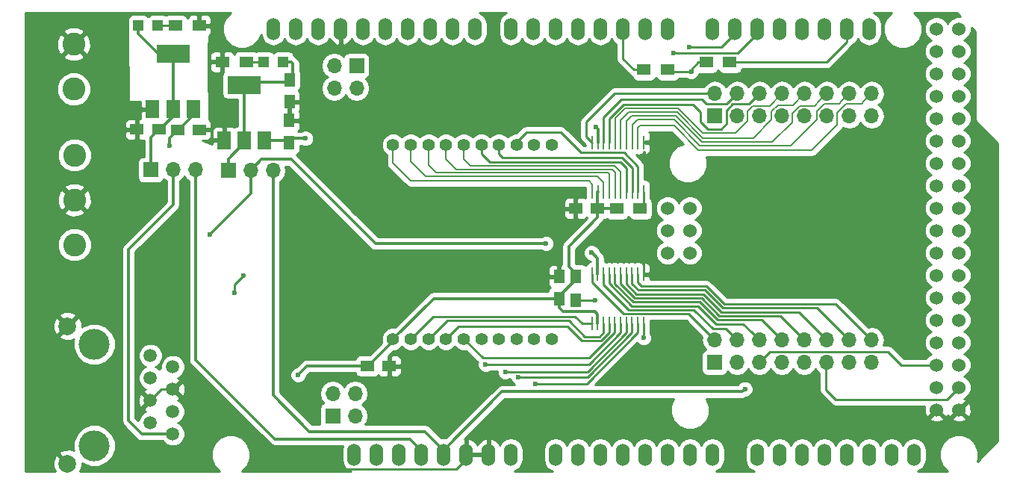
<source format=gbr>
G04 #@! TF.FileFunction,Copper,L1,Top,Signal*
%FSLAX46Y46*%
G04 Gerber Fmt 4.6, Leading zero omitted, Abs format (unit mm)*
G04 Created by KiCad (PCBNEW 4.0.4-stable) date 04/28/17 11:07:38*
%MOMM*%
%LPD*%
G01*
G04 APERTURE LIST*
%ADD10C,0.100000*%
%ADD11C,0.600000*%
%ADD12R,1.500000X1.300000*%
%ADD13O,1.524000X2.540000*%
%ADD14C,1.524000*%
%ADD15R,1.250000X1.500000*%
%ADD16R,1.500000X1.250000*%
%ADD17R,1.200000X1.200000*%
%ADD18R,1.700000X1.700000*%
%ADD19O,1.700000X1.700000*%
%ADD20C,2.600000*%
%ADD21C,3.500000*%
%ADD22C,2.000000*%
%ADD23C,1.500000*%
%ADD24R,1.300000X1.500000*%
%ADD25R,0.250000X1.550000*%
%ADD26C,1.400000*%
%ADD27R,3.800000X2.000000*%
%ADD28R,1.500000X2.000000*%
%ADD29C,0.300000*%
%ADD30C,0.250000*%
%ADD31C,0.200000*%
%ADD32C,0.254000*%
G04 APERTURE END LIST*
D10*
D11*
X202700000Y-114900000D03*
X198700000Y-114900000D03*
X194700000Y-114900000D03*
X190700000Y-114900000D03*
X186700000Y-114900000D03*
X163600000Y-98600000D03*
X159600000Y-98600000D03*
X155600000Y-98600000D03*
X151600000Y-98600000D03*
X147600000Y-98600000D03*
X177130000Y-97990000D03*
X154200000Y-110900000D03*
X149600000Y-110900000D03*
X134800000Y-98700000D03*
X124200000Y-111200000D03*
X122100000Y-94100000D03*
X121200000Y-96700000D03*
X121400000Y-101500000D03*
X174300000Y-93800000D03*
X177100000Y-83100000D03*
X159600000Y-91100000D03*
X155600000Y-91000000D03*
X151700000Y-90900000D03*
X147600000Y-90900000D03*
X163600000Y-78100000D03*
X159600000Y-78100000D03*
X155600000Y-78100000D03*
X151600000Y-78100000D03*
X147600000Y-78100000D03*
D12*
X177650000Y-74800000D03*
X174950000Y-74800000D03*
D13*
X182710000Y-70180000D03*
X185250000Y-70180000D03*
X187790000Y-70180000D03*
X190330000Y-70180000D03*
X192870000Y-70180000D03*
X195410000Y-70180000D03*
X197950000Y-70180000D03*
X200490000Y-70180000D03*
X205570000Y-118440000D03*
X203030000Y-118440000D03*
X200490000Y-118440000D03*
X197950000Y-118440000D03*
X187790000Y-118440000D03*
X182710000Y-118440000D03*
X180170000Y-118440000D03*
X190330000Y-118440000D03*
X192870000Y-118440000D03*
X195410000Y-118440000D03*
X177630000Y-118440000D03*
X175090000Y-118440000D03*
X172550000Y-118440000D03*
X164930000Y-118440000D03*
X167470000Y-118440000D03*
X170010000Y-118440000D03*
X159850000Y-118440000D03*
X157310000Y-118440000D03*
X154770000Y-118440000D03*
X149690000Y-118440000D03*
X147150000Y-118440000D03*
X177630000Y-70180000D03*
X175090000Y-70180000D03*
X172550000Y-70180000D03*
X170010000Y-70180000D03*
X167470000Y-70180000D03*
X164930000Y-70180000D03*
X162390000Y-70180000D03*
X159850000Y-70180000D03*
X155786000Y-70180000D03*
X153246000Y-70180000D03*
X150706000Y-70180000D03*
X148166000Y-70180000D03*
X145626000Y-70180000D03*
X143086000Y-70180000D03*
X140546000Y-70180000D03*
X138006000Y-70180000D03*
X152230000Y-118440000D03*
D14*
X208110000Y-72720000D03*
X210650000Y-72720000D03*
X208110000Y-75260000D03*
X210650000Y-75260000D03*
X208110000Y-77800000D03*
X210650000Y-77800000D03*
X208110000Y-80340000D03*
X210650000Y-80340000D03*
X208110000Y-70180000D03*
X210650000Y-70180000D03*
X210650000Y-82880000D03*
X208110000Y-82880000D03*
X208110000Y-85420000D03*
X210650000Y-85420000D03*
X208110000Y-87960000D03*
X210650000Y-87960000D03*
X208110000Y-90500000D03*
X210650000Y-90500000D03*
X208110000Y-93040000D03*
X210650000Y-93040000D03*
X208110000Y-95580000D03*
X210650000Y-95580000D03*
X208110000Y-98120000D03*
X210650000Y-98120000D03*
X208110000Y-100660000D03*
X210650000Y-100660000D03*
X208110000Y-103200000D03*
X210650000Y-103200000D03*
X208110000Y-105740000D03*
X210650000Y-105740000D03*
X208110000Y-108280000D03*
X210650000Y-108280000D03*
X208110000Y-110820000D03*
X210650000Y-110820000D03*
X208110000Y-113360000D03*
X210650000Y-113360000D03*
X177630000Y-90500000D03*
X180170000Y-90500000D03*
X177630000Y-93040000D03*
X180170000Y-93040000D03*
X177630000Y-95580000D03*
X180170000Y-95580000D03*
D13*
X144610000Y-118440000D03*
X142070000Y-118440000D03*
X135466000Y-70180000D03*
X132926000Y-70180000D03*
D15*
X165320000Y-100730000D03*
X165320000Y-98230000D03*
D16*
X143560000Y-108390000D03*
X146060000Y-108390000D03*
X169700000Y-90540000D03*
X167200000Y-90540000D03*
D15*
X134720000Y-83050000D03*
X134720000Y-80550000D03*
D16*
X122040000Y-81600000D03*
X124540000Y-81600000D03*
X119940000Y-81590000D03*
X117440000Y-81590000D03*
D15*
X134740000Y-75920000D03*
X134740000Y-78420000D03*
D17*
X117610000Y-69790000D03*
X119810000Y-69790000D03*
X134020000Y-73920000D03*
X131820000Y-73920000D03*
D18*
X182950000Y-107970000D03*
D19*
X182950000Y-105430000D03*
X185490000Y-107970000D03*
X185490000Y-105430000D03*
X188030000Y-107970000D03*
X188030000Y-105430000D03*
X190570000Y-107970000D03*
X190570000Y-105430000D03*
X193110000Y-107970000D03*
X193110000Y-105430000D03*
X195650000Y-107970000D03*
X195650000Y-105430000D03*
X198190000Y-107970000D03*
X198190000Y-105430000D03*
X200730000Y-107970000D03*
X200730000Y-105430000D03*
D18*
X139660000Y-114040000D03*
D19*
X139660000Y-111500000D03*
X142200000Y-114040000D03*
X142200000Y-111500000D03*
D18*
X142360000Y-74350000D03*
D19*
X142360000Y-76890000D03*
X139820000Y-74350000D03*
X139820000Y-76890000D03*
D20*
X110370000Y-89560000D03*
X110370000Y-84480000D03*
X110370000Y-94640000D03*
D18*
X119010000Y-86160000D03*
D19*
X121550000Y-86160000D03*
X124090000Y-86160000D03*
D20*
X110280000Y-71910000D03*
X110280000Y-76990000D03*
D21*
X112630000Y-105910000D03*
X112630000Y-117410000D03*
D22*
X109580000Y-103860000D03*
X109580000Y-119460000D03*
D23*
X121520000Y-116105000D03*
X121520000Y-113565000D03*
X121520000Y-111025000D03*
X121520000Y-108485000D03*
X118980000Y-114835000D03*
X118980000Y-112295000D03*
X118980000Y-109755000D03*
X118980000Y-107215000D03*
D18*
X127800000Y-86210000D03*
D19*
X130340000Y-86210000D03*
X132880000Y-86210000D03*
D18*
X182970000Y-80050000D03*
D19*
X182970000Y-77510000D03*
X185510000Y-80050000D03*
X185510000Y-77510000D03*
X188050000Y-80050000D03*
X188050000Y-77510000D03*
X190590000Y-80050000D03*
X190590000Y-77510000D03*
X193130000Y-80050000D03*
X193130000Y-77510000D03*
X195670000Y-80050000D03*
X195670000Y-77510000D03*
X198210000Y-80050000D03*
X198210000Y-77510000D03*
X200750000Y-80050000D03*
X200750000Y-77510000D03*
D24*
X167220000Y-100920000D03*
X167220000Y-98220000D03*
D12*
X174520000Y-90560000D03*
X171820000Y-90560000D03*
X121810000Y-69820000D03*
X124510000Y-69820000D03*
X129830000Y-73920000D03*
X127130000Y-73920000D03*
X181980000Y-73970000D03*
X184680000Y-73970000D03*
D25*
X169035000Y-103590000D03*
X169685000Y-103590000D03*
X170335000Y-103590000D03*
X170985000Y-103590000D03*
X171635000Y-103590000D03*
X172285000Y-103590000D03*
X172935000Y-103590000D03*
X173585000Y-103590000D03*
X174235000Y-103590000D03*
X174885000Y-103590000D03*
X174885000Y-97990000D03*
X174235000Y-97990000D03*
X173585000Y-97990000D03*
X172935000Y-97990000D03*
X172285000Y-97990000D03*
X171635000Y-97990000D03*
X170985000Y-97990000D03*
X170335000Y-97990000D03*
X169685000Y-97990000D03*
X169035000Y-97990000D03*
D26*
X146500000Y-83320000D03*
X148500000Y-83320000D03*
X150500000Y-83320000D03*
X152500000Y-83320000D03*
X154500000Y-83320000D03*
X156500000Y-83320000D03*
X158500000Y-83320000D03*
X160500000Y-83320000D03*
X162500000Y-83320000D03*
X164500000Y-83320000D03*
X164500000Y-105320000D03*
X162500000Y-105320000D03*
X160500000Y-105320000D03*
X158500000Y-105320000D03*
X156500000Y-105320000D03*
X154500000Y-105320000D03*
X152500000Y-105320000D03*
X150500000Y-105320000D03*
X148500000Y-105320000D03*
X146500000Y-105320000D03*
D25*
X169065000Y-88660000D03*
X169715000Y-88660000D03*
X170365000Y-88660000D03*
X171015000Y-88660000D03*
X171665000Y-88660000D03*
X172315000Y-88660000D03*
X172965000Y-88660000D03*
X173615000Y-88660000D03*
X174265000Y-88660000D03*
X174915000Y-88660000D03*
X174915000Y-83060000D03*
X174265000Y-83060000D03*
X173615000Y-83060000D03*
X172965000Y-83060000D03*
X172315000Y-83060000D03*
X171665000Y-83060000D03*
X171015000Y-83060000D03*
X170365000Y-83060000D03*
X169715000Y-83060000D03*
X169065000Y-83060000D03*
D27*
X121530000Y-72980000D03*
D28*
X121530000Y-79280000D03*
X123830000Y-79280000D03*
X119230000Y-79280000D03*
D27*
X129630000Y-76520000D03*
D28*
X129630000Y-82820000D03*
X131930000Y-82820000D03*
X127330000Y-82820000D03*
D11*
X136600000Y-119500000D03*
X169000000Y-95560000D03*
X125700000Y-93500000D03*
X163850000Y-94510000D03*
X169450000Y-81300000D03*
X135730000Y-109400000D03*
X129560000Y-98120000D03*
X128500000Y-100110000D03*
X136570000Y-82600000D03*
X121110000Y-83440000D03*
X180100000Y-72199994D03*
X178300000Y-72900000D03*
X186400000Y-111000000D03*
X174900000Y-105199992D03*
X169400000Y-100900000D03*
X180300000Y-75000000D03*
X157000000Y-108180000D03*
X159210000Y-109030000D03*
X160680000Y-109660000D03*
X162610000Y-110400000D03*
D29*
X169685000Y-97990000D02*
X169685000Y-96185000D01*
X169685000Y-96185000D02*
X169060000Y-95560000D01*
X169060000Y-95560000D02*
X169000000Y-95560000D01*
X125700000Y-93500000D02*
X130340000Y-88860000D01*
X130340000Y-88860000D02*
X130340000Y-86210000D01*
X134939999Y-84959999D02*
X144490000Y-94510000D01*
X144490000Y-94510000D02*
X163850000Y-94510000D01*
X130340000Y-86210000D02*
X131590001Y-84959999D01*
X131590001Y-84959999D02*
X134939999Y-84959999D01*
X169715000Y-83060000D02*
X169715000Y-81565000D01*
X169715000Y-81565000D02*
X169450000Y-81300000D01*
D30*
X174885000Y-97990000D02*
X174885000Y-96965000D01*
X174885000Y-96965000D02*
X174900000Y-96950000D01*
X174885000Y-97990000D02*
X177130000Y-97990000D01*
X174915000Y-83060000D02*
X177060000Y-83060000D01*
X177060000Y-83060000D02*
X177100000Y-83100000D01*
X154770000Y-118440000D02*
X155782000Y-118440000D01*
X155782000Y-118440000D02*
X157310000Y-118440000D01*
X153632990Y-120085010D02*
X154770000Y-118948000D01*
X154770000Y-118948000D02*
X154770000Y-118440000D01*
X177130000Y-97990000D02*
X177180000Y-97940000D01*
X136640000Y-119540000D02*
X137185010Y-120085010D01*
X137185010Y-120085010D02*
X153632990Y-120085010D01*
X118980000Y-112295000D02*
X120250000Y-111025000D01*
X120250000Y-111025000D02*
X121520000Y-111025000D01*
D29*
X167220000Y-98220000D02*
X167220000Y-97910000D01*
X167220000Y-97910000D02*
X166400000Y-97090000D01*
X166400000Y-97090000D02*
X166400000Y-94820000D01*
X166400000Y-94820000D02*
X169700000Y-91520000D01*
X169700000Y-91520000D02*
X169700000Y-90540000D01*
X165320000Y-100730000D02*
X165320000Y-100480000D01*
X165320000Y-100480000D02*
X167220000Y-98580000D01*
X167220000Y-98580000D02*
X167220000Y-98220000D01*
X121520000Y-116105000D02*
X118005000Y-116105000D01*
X118005000Y-116105000D02*
X116500000Y-114600000D01*
X116500000Y-114600000D02*
X116500000Y-95150000D01*
X116500000Y-95150000D02*
X121550000Y-90100000D01*
X121550000Y-90100000D02*
X121550000Y-86160000D01*
X135730000Y-109400000D02*
X136740000Y-108390000D01*
X136740000Y-108390000D02*
X143560000Y-108390000D01*
X146500000Y-105320000D02*
X151090000Y-100730000D01*
X151090000Y-100730000D02*
X164395000Y-100730000D01*
X164395000Y-100730000D02*
X165320000Y-100730000D01*
X169700000Y-90540000D02*
X169700000Y-88675000D01*
X169700000Y-88675000D02*
X169715000Y-88660000D01*
X171820000Y-90560000D02*
X169720000Y-90560000D01*
X169720000Y-90560000D02*
X169700000Y-90540000D01*
X165320000Y-100730000D02*
X165320000Y-101780000D01*
X165320000Y-101780000D02*
X165750000Y-102210000D01*
X165750000Y-102210000D02*
X169380000Y-102210000D01*
X169380000Y-102210000D02*
X169685000Y-102515000D01*
X169685000Y-102515000D02*
X169685000Y-103590000D01*
X143685000Y-108390000D02*
X146500000Y-105575000D01*
X146500000Y-105575000D02*
X146500000Y-105320000D01*
X143560000Y-108390000D02*
X143685000Y-108390000D01*
D30*
X129260001Y-98419999D02*
X129560000Y-98120000D01*
X128500000Y-99180000D02*
X129260001Y-98419999D01*
X128500000Y-100110000D02*
X128500000Y-99180000D01*
D29*
X131930000Y-82820000D02*
X134490000Y-82820000D01*
X134490000Y-82820000D02*
X134720000Y-83050000D01*
X136570000Y-82600000D02*
X135170000Y-82600000D01*
X135170000Y-82600000D02*
X134720000Y-83050000D01*
X122040000Y-81600000D02*
X122165000Y-81600000D01*
X122165000Y-81600000D02*
X123830000Y-79935000D01*
X123830000Y-79935000D02*
X123830000Y-79280000D01*
X121110000Y-83440000D02*
X121110000Y-82530000D01*
X121110000Y-82530000D02*
X122040000Y-81600000D01*
X121530000Y-72980000D02*
X119900000Y-72980000D01*
X119900000Y-72980000D02*
X117610000Y-70690000D01*
X117610000Y-70690000D02*
X117610000Y-69790000D01*
X121530000Y-79280000D02*
X121530000Y-72980000D01*
X119940000Y-81590000D02*
X120065000Y-81590000D01*
X120065000Y-81590000D02*
X121530000Y-80125000D01*
X121530000Y-80125000D02*
X121530000Y-79280000D01*
X119010000Y-86160000D02*
X119010000Y-82520000D01*
X119010000Y-82520000D02*
X119940000Y-81590000D01*
X129630000Y-76520000D02*
X129910000Y-76240000D01*
X129910000Y-76240000D02*
X134420000Y-76240000D01*
X134420000Y-76240000D02*
X134740000Y-75920000D01*
X134020000Y-73920000D02*
X134920000Y-73920000D01*
X134920000Y-73920000D02*
X135140000Y-74140000D01*
X135140000Y-74140000D02*
X135140000Y-75520000D01*
X135140000Y-75520000D02*
X134740000Y-75920000D01*
X129630000Y-82820000D02*
X129630000Y-81520000D01*
X129630000Y-81520000D02*
X129630000Y-76520000D01*
X127800000Y-86210000D02*
X127800000Y-84900000D01*
X127800000Y-84900000D02*
X129630000Y-83070000D01*
X129630000Y-83070000D02*
X129630000Y-82820000D01*
D30*
X119810000Y-69790000D02*
X121780000Y-69790000D01*
X121780000Y-69790000D02*
X121810000Y-69820000D01*
X131820000Y-73920000D02*
X129830000Y-73920000D01*
X185250000Y-70180000D02*
X185250000Y-70688000D01*
X185250000Y-70688000D02*
X183738006Y-72199994D01*
X183738006Y-72199994D02*
X180524264Y-72199994D01*
X180524264Y-72199994D02*
X180100000Y-72199994D01*
X182950000Y-105430000D02*
X180009999Y-102489999D01*
X180009999Y-102489999D02*
X172579999Y-102489999D01*
X172579999Y-102489999D02*
X169035000Y-98945000D01*
X169035000Y-98945000D02*
X169035000Y-97990000D01*
X170335000Y-97990000D02*
X170335000Y-99155000D01*
X170335000Y-99155000D02*
X173219988Y-102039988D01*
X173219988Y-102039988D02*
X180599988Y-102039988D01*
X180599988Y-102039988D02*
X182750000Y-104190000D01*
X182750000Y-104190000D02*
X184250000Y-104190000D01*
X184250000Y-104190000D02*
X184640001Y-104580001D01*
X184640001Y-104580001D02*
X185490000Y-105430000D01*
X188030000Y-107970000D02*
X189205001Y-106794999D01*
X197625999Y-106794999D02*
X198754001Y-106794999D01*
X200160998Y-106800000D02*
X200165999Y-106794999D01*
X189205001Y-106794999D02*
X191134001Y-106794999D01*
X191134001Y-106794999D02*
X191139002Y-106800000D01*
X201299002Y-106800000D02*
X202630000Y-106800000D01*
X191139002Y-106800000D02*
X192540998Y-106800000D01*
X201294001Y-106794999D02*
X201299002Y-106800000D01*
X192540998Y-106800000D02*
X192545999Y-106794999D01*
X198759002Y-106800000D02*
X200160998Y-106800000D01*
X195080998Y-106800000D02*
X195085999Y-106794999D01*
X192545999Y-106794999D02*
X193674001Y-106794999D01*
X204110000Y-108280000D02*
X208110000Y-108280000D01*
X193674001Y-106794999D02*
X193679002Y-106800000D01*
X195085999Y-106794999D02*
X196214001Y-106794999D01*
X193679002Y-106800000D02*
X195080998Y-106800000D01*
X196214001Y-106794999D02*
X196219002Y-106800000D01*
X196219002Y-106800000D02*
X197620998Y-106800000D01*
X197620998Y-106800000D02*
X197625999Y-106794999D01*
X198754001Y-106794999D02*
X198759002Y-106800000D01*
X200165999Y-106794999D02*
X201294001Y-106794999D01*
X202630000Y-106800000D02*
X204110000Y-108280000D01*
X183120000Y-103610004D02*
X186210004Y-103610004D01*
X170985000Y-97990000D02*
X170985000Y-99030644D01*
X181099973Y-101589977D02*
X183120000Y-103610004D01*
X187180001Y-104580001D02*
X188030000Y-105430000D01*
X173544333Y-101589977D02*
X181099973Y-101589977D01*
X186210004Y-103610004D02*
X187180001Y-104580001D01*
X170985000Y-99030644D02*
X173544333Y-101589977D01*
X181286373Y-101139966D02*
X173730733Y-101139966D01*
X171635000Y-99015000D02*
X171635000Y-97990000D01*
X171635000Y-99044233D02*
X171635000Y-99015000D01*
X173730733Y-101139966D02*
X171635000Y-99044233D01*
X190570000Y-105430000D02*
X188299993Y-103159993D01*
X183306400Y-103159993D02*
X181286373Y-101139966D01*
X188299993Y-103159993D02*
X183306400Y-103159993D01*
X190389982Y-102709982D02*
X192260001Y-104580001D01*
X181472773Y-100689955D02*
X183492800Y-102709982D01*
X173917133Y-100689955D02*
X181472773Y-100689955D01*
X172285000Y-97990000D02*
X172285000Y-99057822D01*
X172285000Y-99057822D02*
X173917133Y-100689955D01*
X183492800Y-102709982D02*
X190389982Y-102709982D01*
X192260001Y-104580001D02*
X193110000Y-105430000D01*
X210650000Y-110820000D02*
X209270000Y-112200000D01*
X209270000Y-112200000D02*
X196700000Y-112200000D01*
X196700000Y-112200000D02*
X195600000Y-111100000D01*
X195600000Y-111100000D02*
X195600000Y-108020000D01*
X195600000Y-108020000D02*
X195650000Y-107970000D01*
X194800001Y-104580001D02*
X195650000Y-105430000D01*
X181659173Y-100239944D02*
X183679200Y-102259971D01*
X192479971Y-102259971D02*
X194800001Y-104580001D01*
X174103533Y-100239944D02*
X181659173Y-100239944D01*
X183679200Y-102259971D02*
X192479971Y-102259971D01*
X172935000Y-99071411D02*
X174103533Y-100239944D01*
X172935000Y-97990000D02*
X172935000Y-99071411D01*
X173585000Y-97990000D02*
X173585000Y-99085000D01*
X194569960Y-101809960D02*
X197340001Y-104580001D01*
X183865600Y-101809960D02*
X194569960Y-101809960D01*
X173585000Y-99085000D02*
X174289933Y-99789933D01*
X174289933Y-99789933D02*
X181845573Y-99789933D01*
X181845573Y-99789933D02*
X183865600Y-101809960D01*
X197340001Y-104580001D02*
X198190000Y-105430000D01*
X174235000Y-97990000D02*
X174235000Y-98905000D01*
X174235000Y-98905000D02*
X174669923Y-99339923D01*
X174669923Y-99339923D02*
X182031974Y-99339924D01*
X182031974Y-99339924D02*
X184052000Y-101359950D01*
X184052000Y-101359950D02*
X196659950Y-101359950D01*
X196659950Y-101359950D02*
X199880001Y-104580001D01*
X199880001Y-104580001D02*
X200730000Y-105430000D01*
X187790000Y-70180000D02*
X187790000Y-70688000D01*
X187790000Y-70688000D02*
X185578000Y-72900000D01*
X185578000Y-72900000D02*
X180425002Y-72900000D01*
X180425002Y-72900000D02*
X178300000Y-72900000D01*
D29*
X149690000Y-118440000D02*
X149690000Y-117932000D01*
X149690000Y-117932000D02*
X148428000Y-116670000D01*
X148428000Y-116670000D02*
X133090020Y-116670000D01*
X133090020Y-116670000D02*
X124100000Y-107679980D01*
X124100000Y-107679980D02*
X124100000Y-86170000D01*
X124100000Y-86170000D02*
X124090000Y-86160000D01*
X158862001Y-111299999D02*
X186100001Y-111299999D01*
X152230000Y-117932000D02*
X158862001Y-111299999D01*
X186100001Y-111299999D02*
X186400000Y-111000000D01*
X152230000Y-118440000D02*
X152230000Y-117932000D01*
X152230000Y-117932000D02*
X150098000Y-115800000D01*
X150098000Y-115800000D02*
X136970000Y-115800000D01*
X136970000Y-115800000D02*
X132880000Y-111710000D01*
X132880000Y-111710000D02*
X132880000Y-86210000D01*
D30*
X172550000Y-70180000D02*
X172550000Y-73550000D01*
X172550000Y-73550000D02*
X173800000Y-74800000D01*
X173800000Y-74800000D02*
X174950000Y-74800000D01*
X172550000Y-70688000D02*
X172550000Y-70180000D01*
X169065000Y-83060000D02*
X168390000Y-82385000D01*
X168390000Y-82385000D02*
X168390000Y-80730000D01*
X168390000Y-80730000D02*
X171610000Y-77510000D01*
X171610000Y-77510000D02*
X181767919Y-77510000D01*
X181767919Y-77510000D02*
X182970000Y-77510000D01*
X170365000Y-83060000D02*
X170365000Y-80155000D01*
X170365000Y-80155000D02*
X172340000Y-78180000D01*
X172340000Y-78180000D02*
X181480000Y-78180000D01*
X181480000Y-78180000D02*
X181985001Y-78685001D01*
X181985001Y-78685001D02*
X184334999Y-78685001D01*
X184334999Y-78685001D02*
X184660001Y-78359999D01*
X184660001Y-78359999D02*
X185510000Y-77510000D01*
X171015000Y-83060000D02*
X171015000Y-80335000D01*
X171015000Y-80335000D02*
X172620000Y-78730000D01*
X172620000Y-78730000D02*
X180510000Y-78730000D01*
X187200001Y-78359999D02*
X188050000Y-77510000D01*
X180510000Y-78730000D02*
X181370000Y-79590000D01*
X184290000Y-79420000D02*
X185024999Y-78685001D01*
X181370000Y-79590000D02*
X181370000Y-80735002D01*
X181370000Y-80735002D02*
X182154998Y-81520000D01*
X182154998Y-81520000D02*
X183680000Y-81520000D01*
X183680000Y-81520000D02*
X184290000Y-80910000D01*
X184290000Y-80910000D02*
X184290000Y-79420000D01*
X186874999Y-78685001D02*
X187200001Y-78359999D01*
X185024999Y-78685001D02*
X186874999Y-78685001D01*
D31*
X171665000Y-83060000D02*
X171665000Y-80286054D01*
X171665000Y-80286054D02*
X172781054Y-79170000D01*
X172781054Y-79170000D02*
X178820000Y-79170000D01*
X178820000Y-79170000D02*
X181630000Y-81980000D01*
X181630000Y-81980000D02*
X185282002Y-81980000D01*
X185282002Y-81980000D02*
X186660000Y-80602002D01*
X186660000Y-80602002D02*
X186660000Y-79501054D01*
X186660000Y-79501054D02*
X187261055Y-78899999D01*
X187261055Y-78899999D02*
X189200001Y-78899999D01*
X189200001Y-78899999D02*
X190590000Y-77510000D01*
X172315000Y-83060000D02*
X172315000Y-82085000D01*
X173230000Y-79610000D02*
X178694302Y-79610000D01*
X172315000Y-82085000D02*
X172320000Y-82080000D01*
X172320000Y-82080000D02*
X172320000Y-80520000D01*
X189410000Y-80450000D02*
X189410000Y-79527998D01*
X172320000Y-80520000D02*
X173230000Y-79610000D01*
X178694302Y-79610000D02*
X181624302Y-82540000D01*
X190107998Y-78830000D02*
X191810000Y-78830000D01*
X191810000Y-78830000D02*
X193130000Y-77510000D01*
X181624302Y-82540000D02*
X187320000Y-82540000D01*
X187320000Y-82540000D02*
X189410000Y-80450000D01*
X189410000Y-79527998D02*
X190107998Y-78830000D01*
X172965000Y-83060000D02*
X172965000Y-80635000D01*
X191740001Y-79737997D02*
X192577999Y-78899999D01*
X172965000Y-80635000D02*
X173589990Y-80010010D01*
X173589990Y-80010010D02*
X178528614Y-80010010D01*
X189500000Y-83030000D02*
X191740001Y-80789999D01*
X178528614Y-80010010D02*
X181548604Y-83030000D01*
X181548604Y-83030000D02*
X189500000Y-83030000D01*
X191740001Y-80789999D02*
X191740001Y-79737997D01*
X194280001Y-78899999D02*
X194820001Y-78359999D01*
X192577999Y-78899999D02*
X194280001Y-78899999D01*
X194820001Y-78359999D02*
X195670000Y-77510000D01*
X194519999Y-79530001D02*
X195389999Y-78660001D01*
X195389999Y-78660001D02*
X197059999Y-78660001D01*
X197059999Y-78660001D02*
X197360001Y-78359999D01*
X197360001Y-78359999D02*
X198210000Y-77510000D01*
X191559990Y-83430010D02*
X194519999Y-80470001D01*
X194519999Y-80470001D02*
X194519999Y-79530001D01*
X178350000Y-80480000D02*
X181300010Y-83430010D01*
X181300010Y-83430010D02*
X191559990Y-83430010D01*
X174210000Y-80480000D02*
X178350000Y-80480000D01*
X173615000Y-81075000D02*
X174210000Y-80480000D01*
X173615000Y-83060000D02*
X173615000Y-81075000D01*
X174265000Y-83060000D02*
X174265000Y-82085000D01*
X174260000Y-81400000D02*
X174510000Y-81150000D01*
X174265000Y-82085000D02*
X174260000Y-82080000D01*
X174260000Y-82080000D02*
X174260000Y-81400000D01*
X174510000Y-81150000D02*
X178350000Y-81150000D01*
X197869999Y-78660001D02*
X199599999Y-78660001D01*
X199599999Y-78660001D02*
X199900001Y-78359999D01*
X178350000Y-81150000D02*
X181110000Y-83910000D01*
X196820001Y-81079999D02*
X196820001Y-79709999D01*
X181110000Y-83910000D02*
X193990000Y-83910000D01*
X193990000Y-83910000D02*
X196820001Y-81079999D01*
X196820001Y-79709999D02*
X197869999Y-78660001D01*
X199900001Y-78359999D02*
X200750000Y-77510000D01*
D30*
X174885000Y-105184992D02*
X174900000Y-105199992D01*
X174885000Y-103590000D02*
X174885000Y-105184992D01*
X169380000Y-100920000D02*
X169400000Y-100900000D01*
X167220000Y-100920000D02*
X169380000Y-100920000D01*
X174915000Y-90165000D02*
X174915000Y-88660000D01*
X174520000Y-90560000D02*
X174915000Y-90165000D01*
X184680000Y-73970000D02*
X195630000Y-73970000D01*
X195630000Y-73970000D02*
X197950000Y-71650000D01*
X197950000Y-71650000D02*
X197950000Y-70180000D01*
X181980000Y-73970000D02*
X181130000Y-73970000D01*
X181130000Y-73970000D02*
X180300000Y-74800000D01*
X180300000Y-74800000D02*
X180300000Y-75000000D01*
X177650000Y-74800000D02*
X177850000Y-75000000D01*
X177850000Y-75000000D02*
X180300000Y-75000000D01*
X148500000Y-105320000D02*
X151050000Y-102770000D01*
X151050000Y-102770000D02*
X167140000Y-102770000D01*
X167140000Y-102770000D02*
X167960000Y-103590000D01*
X167960000Y-103590000D02*
X169035000Y-103590000D01*
X170335000Y-103590000D02*
X170335000Y-104615000D01*
X169880000Y-105070000D02*
X168250000Y-105070000D01*
X170335000Y-104615000D02*
X169880000Y-105070000D01*
X168250000Y-105070000D02*
X166400000Y-103220000D01*
X166400000Y-103220000D02*
X152600000Y-103220000D01*
X152600000Y-103220000D02*
X150500000Y-105320000D01*
X170985000Y-103590000D02*
X170985000Y-104615000D01*
X167880010Y-105520010D02*
X166230000Y-103870000D01*
X170985000Y-104615000D02*
X170079990Y-105520010D01*
X170079990Y-105520010D02*
X167880010Y-105520010D01*
X166230000Y-103870000D02*
X153920000Y-103870000D01*
X153920000Y-103870000D02*
X153920000Y-103900000D01*
X153920000Y-103900000D02*
X152500000Y-105320000D01*
X168760000Y-107490000D02*
X156670000Y-107490000D01*
X156670000Y-107490000D02*
X154500000Y-105320000D01*
X171635000Y-103590000D02*
X171635000Y-104615000D01*
X171635000Y-104615000D02*
X168760000Y-107490000D01*
X157424264Y-108180000D02*
X157000000Y-108180000D01*
X168720000Y-108180000D02*
X157424264Y-108180000D01*
X172285000Y-104615000D02*
X168720000Y-108180000D01*
X172285000Y-103590000D02*
X172285000Y-104615000D01*
X159634264Y-109030000D02*
X159210000Y-109030000D01*
X168520000Y-109030000D02*
X159634264Y-109030000D01*
X172935000Y-104615000D02*
X168520000Y-109030000D01*
X172935000Y-103590000D02*
X172935000Y-104615000D01*
X168540000Y-109660000D02*
X160680000Y-109660000D01*
X173585000Y-103590000D02*
X173585000Y-104615000D01*
X173585000Y-104615000D02*
X168540000Y-109660000D01*
X173585000Y-103590000D02*
X173590000Y-103595000D01*
X162610000Y-110400000D02*
X168450000Y-110400000D01*
X168450000Y-110400000D02*
X174235000Y-104615000D01*
X174235000Y-104615000D02*
X174235000Y-103590000D01*
D31*
X169065000Y-88660000D02*
X169065000Y-87785000D01*
X169065000Y-87785000D02*
X168700000Y-87420000D01*
X168700000Y-87420000D02*
X148520000Y-87420000D01*
X148520000Y-87420000D02*
X146500000Y-85400000D01*
X146500000Y-85400000D02*
X146500000Y-83320000D01*
X170365000Y-88660000D02*
X170365000Y-87585000D01*
X170365000Y-87585000D02*
X169700000Y-86920000D01*
X169700000Y-86920000D02*
X150220000Y-86920000D01*
X150220000Y-86920000D02*
X148500000Y-85200000D01*
X148500000Y-85200000D02*
X148500000Y-83320000D01*
X171015000Y-88660000D02*
X171015000Y-87685000D01*
X171015000Y-87685000D02*
X171010000Y-87680000D01*
X171010000Y-87680000D02*
X171010000Y-86620000D01*
X150500000Y-85600000D02*
X150500000Y-83320000D01*
X171010000Y-86620000D02*
X170880010Y-86490010D01*
X170880010Y-86490010D02*
X151390010Y-86490010D01*
X151390010Y-86490010D02*
X150500000Y-85600000D01*
X152500000Y-83320000D02*
X152500000Y-84900000D01*
X165360000Y-86090000D02*
X171310000Y-86090000D01*
X152500000Y-84900000D02*
X153680010Y-86080010D01*
X153680010Y-86080010D02*
X165350010Y-86080010D01*
X165350010Y-86080010D02*
X165360000Y-86090000D01*
X171310000Y-86090000D02*
X171660000Y-86440000D01*
X171660000Y-86440000D02*
X171660000Y-87680000D01*
X171660000Y-87680000D02*
X171665000Y-87685000D01*
X171665000Y-87685000D02*
X171665000Y-88660000D01*
X172315000Y-88660000D02*
X172315000Y-86395000D01*
X172315000Y-86395000D02*
X171600000Y-85680000D01*
X154500000Y-84900000D02*
X154500000Y-83320000D01*
X171600000Y-85680000D02*
X155280000Y-85680000D01*
X155280000Y-85680000D02*
X154500000Y-84900000D01*
D30*
X156500000Y-83320000D02*
X156500000Y-84309949D01*
X156500000Y-84309949D02*
X156509949Y-84309949D01*
X156509949Y-84309949D02*
X157454990Y-85254990D01*
X157454990Y-85254990D02*
X172288580Y-85254990D01*
X172288580Y-85254990D02*
X172965000Y-85931410D01*
X172965000Y-85931410D02*
X172965000Y-88660000D01*
X158500000Y-83320000D02*
X158500000Y-84309949D01*
X158500000Y-84309949D02*
X158940062Y-84750011D01*
X158940062Y-84750011D02*
X172420011Y-84750011D01*
X172420011Y-84750011D02*
X173615000Y-85945000D01*
X173615000Y-85945000D02*
X173615000Y-88660000D01*
X174265000Y-88660000D02*
X174265000Y-85775000D01*
X174265000Y-85775000D02*
X172700001Y-84210001D01*
X172700001Y-84210001D02*
X167810001Y-84210001D01*
X167810001Y-84210001D02*
X165500000Y-81900000D01*
X165500000Y-81900000D02*
X161600000Y-81900000D01*
X161600000Y-81900000D02*
X160500000Y-83000000D01*
X160500000Y-83000000D02*
X160500000Y-83320000D01*
D32*
G36*
X127486955Y-68919411D02*
X127147887Y-69735978D01*
X127147115Y-70620143D01*
X127484758Y-71437300D01*
X128109411Y-72063045D01*
X128925978Y-72402113D01*
X129810143Y-72402885D01*
X130627300Y-72065242D01*
X131253045Y-71440589D01*
X131535818Y-70759596D01*
X131635340Y-71259930D01*
X131938172Y-71713149D01*
X132391391Y-72015981D01*
X132926000Y-72122321D01*
X133460609Y-72015981D01*
X133913828Y-71713149D01*
X134196000Y-71290850D01*
X134478172Y-71713149D01*
X134931391Y-72015981D01*
X135466000Y-72122321D01*
X136000609Y-72015981D01*
X136453828Y-71713149D01*
X136736000Y-71290850D01*
X137018172Y-71713149D01*
X137471391Y-72015981D01*
X138006000Y-72122321D01*
X138540609Y-72015981D01*
X138993828Y-71713149D01*
X139285330Y-71276887D01*
X139303941Y-71339941D01*
X139647974Y-71765630D01*
X140128723Y-72027260D01*
X140202930Y-72042220D01*
X140419000Y-71919720D01*
X140419000Y-70307000D01*
X140399000Y-70307000D01*
X140399000Y-70053000D01*
X140419000Y-70053000D01*
X140419000Y-70033000D01*
X140673000Y-70033000D01*
X140673000Y-70053000D01*
X140693000Y-70053000D01*
X140693000Y-70307000D01*
X140673000Y-70307000D01*
X140673000Y-71919720D01*
X140889070Y-72042220D01*
X140963277Y-72027260D01*
X141444026Y-71765630D01*
X141788059Y-71339941D01*
X141806670Y-71276887D01*
X142098172Y-71713149D01*
X142551391Y-72015981D01*
X143086000Y-72122321D01*
X143620609Y-72015981D01*
X144073828Y-71713149D01*
X144356000Y-71290850D01*
X144638172Y-71713149D01*
X145091391Y-72015981D01*
X145626000Y-72122321D01*
X146160609Y-72015981D01*
X146613828Y-71713149D01*
X146896000Y-71290850D01*
X147178172Y-71713149D01*
X147631391Y-72015981D01*
X148166000Y-72122321D01*
X148700609Y-72015981D01*
X149153828Y-71713149D01*
X149436000Y-71290850D01*
X149718172Y-71713149D01*
X150171391Y-72015981D01*
X150706000Y-72122321D01*
X151240609Y-72015981D01*
X151693828Y-71713149D01*
X151976000Y-71290850D01*
X152258172Y-71713149D01*
X152711391Y-72015981D01*
X153246000Y-72122321D01*
X153780609Y-72015981D01*
X154233828Y-71713149D01*
X154516000Y-71290850D01*
X154798172Y-71713149D01*
X155251391Y-72015981D01*
X155786000Y-72122321D01*
X156320609Y-72015981D01*
X156773828Y-71713149D01*
X157076660Y-71259930D01*
X157183000Y-70725321D01*
X157183000Y-69634679D01*
X157076660Y-69100070D01*
X156773828Y-68646851D01*
X156320609Y-68344019D01*
X156275267Y-68335000D01*
X159360733Y-68335000D01*
X159315391Y-68344019D01*
X158862172Y-68646851D01*
X158559340Y-69100070D01*
X158453000Y-69634679D01*
X158453000Y-70725321D01*
X158559340Y-71259930D01*
X158862172Y-71713149D01*
X159315391Y-72015981D01*
X159850000Y-72122321D01*
X160384609Y-72015981D01*
X160837828Y-71713149D01*
X161120000Y-71290850D01*
X161402172Y-71713149D01*
X161855391Y-72015981D01*
X162390000Y-72122321D01*
X162924609Y-72015981D01*
X163377828Y-71713149D01*
X163660000Y-71290850D01*
X163942172Y-71713149D01*
X164395391Y-72015981D01*
X164930000Y-72122321D01*
X165464609Y-72015981D01*
X165917828Y-71713149D01*
X166200000Y-71290850D01*
X166482172Y-71713149D01*
X166935391Y-72015981D01*
X167470000Y-72122321D01*
X168004609Y-72015981D01*
X168457828Y-71713149D01*
X168740000Y-71290850D01*
X169022172Y-71713149D01*
X169475391Y-72015981D01*
X170010000Y-72122321D01*
X170544609Y-72015981D01*
X170997828Y-71713149D01*
X171280000Y-71290850D01*
X171562172Y-71713149D01*
X171790000Y-71865379D01*
X171790000Y-73550000D01*
X171847852Y-73840839D01*
X172012599Y-74087401D01*
X173262599Y-75337401D01*
X173509161Y-75502148D01*
X173564441Y-75513144D01*
X173596838Y-75685317D01*
X173735910Y-75901441D01*
X173948110Y-76046431D01*
X174200000Y-76097440D01*
X175700000Y-76097440D01*
X175935317Y-76053162D01*
X176151441Y-75914090D01*
X176296431Y-75701890D01*
X176299081Y-75688803D01*
X176435910Y-75901441D01*
X176648110Y-76046431D01*
X176900000Y-76097440D01*
X178400000Y-76097440D01*
X178635317Y-76053162D01*
X178851441Y-75914090D01*
X178956726Y-75760000D01*
X179737537Y-75760000D01*
X179769673Y-75792192D01*
X180113201Y-75934838D01*
X180485167Y-75935162D01*
X180828943Y-75793117D01*
X181092192Y-75530327D01*
X181203575Y-75262089D01*
X181230000Y-75267440D01*
X182730000Y-75267440D01*
X182965317Y-75223162D01*
X183181441Y-75084090D01*
X183326431Y-74871890D01*
X183329081Y-74858803D01*
X183465910Y-75071441D01*
X183678110Y-75216431D01*
X183930000Y-75267440D01*
X185430000Y-75267440D01*
X185665317Y-75223162D01*
X185881441Y-75084090D01*
X186026431Y-74871890D01*
X186055164Y-74730000D01*
X195630000Y-74730000D01*
X195920839Y-74672148D01*
X196167401Y-74507401D01*
X198487401Y-72187401D01*
X198652148Y-71940840D01*
X198660591Y-71898393D01*
X198937828Y-71713149D01*
X199220000Y-71290850D01*
X199502172Y-71713149D01*
X199955391Y-72015981D01*
X200490000Y-72122321D01*
X201024609Y-72015981D01*
X201477828Y-71713149D01*
X201780660Y-71259930D01*
X201887000Y-70725321D01*
X201887000Y-69634679D01*
X201780660Y-69100070D01*
X201477828Y-68646851D01*
X201024609Y-68344019D01*
X200979267Y-68335000D01*
X203002388Y-68335000D01*
X202416955Y-68919411D01*
X202077887Y-69735978D01*
X202077115Y-70620143D01*
X202414758Y-71437300D01*
X203039411Y-72063045D01*
X203855978Y-72402113D01*
X204740143Y-72402885D01*
X205557300Y-72065242D01*
X206183045Y-71440589D01*
X206522113Y-70624022D01*
X206522885Y-69739857D01*
X206185242Y-68922700D01*
X205598568Y-68335000D01*
X210376264Y-68335000D01*
X210824416Y-68783152D01*
X210373339Y-68782758D01*
X209859697Y-68994990D01*
X209466371Y-69387630D01*
X209380051Y-69595512D01*
X209295010Y-69389697D01*
X208902370Y-68996371D01*
X208389100Y-68783243D01*
X207833339Y-68782758D01*
X207319697Y-68994990D01*
X206926371Y-69387630D01*
X206713243Y-69900900D01*
X206712758Y-70456661D01*
X206924990Y-70970303D01*
X207317630Y-71363629D01*
X207525512Y-71449949D01*
X207319697Y-71534990D01*
X206926371Y-71927630D01*
X206713243Y-72440900D01*
X206712758Y-72996661D01*
X206924990Y-73510303D01*
X207317630Y-73903629D01*
X207525512Y-73989949D01*
X207319697Y-74074990D01*
X206926371Y-74467630D01*
X206713243Y-74980900D01*
X206712758Y-75536661D01*
X206924990Y-76050303D01*
X207317630Y-76443629D01*
X207525512Y-76529949D01*
X207319697Y-76614990D01*
X206926371Y-77007630D01*
X206713243Y-77520900D01*
X206712758Y-78076661D01*
X206924990Y-78590303D01*
X207317630Y-78983629D01*
X207525512Y-79069949D01*
X207319697Y-79154990D01*
X206926371Y-79547630D01*
X206713243Y-80060900D01*
X206712758Y-80616661D01*
X206924990Y-81130303D01*
X207317630Y-81523629D01*
X207525512Y-81609949D01*
X207319697Y-81694990D01*
X206926371Y-82087630D01*
X206713243Y-82600900D01*
X206712758Y-83156661D01*
X206924990Y-83670303D01*
X207317630Y-84063629D01*
X207525512Y-84149949D01*
X207319697Y-84234990D01*
X206926371Y-84627630D01*
X206713243Y-85140900D01*
X206712758Y-85696661D01*
X206924990Y-86210303D01*
X207317630Y-86603629D01*
X207525512Y-86689949D01*
X207319697Y-86774990D01*
X206926371Y-87167630D01*
X206713243Y-87680900D01*
X206712758Y-88236661D01*
X206924990Y-88750303D01*
X207317630Y-89143629D01*
X207525512Y-89229949D01*
X207319697Y-89314990D01*
X206926371Y-89707630D01*
X206713243Y-90220900D01*
X206712758Y-90776661D01*
X206924990Y-91290303D01*
X207317630Y-91683629D01*
X207525512Y-91769949D01*
X207319697Y-91854990D01*
X206926371Y-92247630D01*
X206713243Y-92760900D01*
X206712758Y-93316661D01*
X206924990Y-93830303D01*
X207317630Y-94223629D01*
X207525512Y-94309949D01*
X207319697Y-94394990D01*
X206926371Y-94787630D01*
X206713243Y-95300900D01*
X206712758Y-95856661D01*
X206924990Y-96370303D01*
X207317630Y-96763629D01*
X207525512Y-96849949D01*
X207319697Y-96934990D01*
X206926371Y-97327630D01*
X206713243Y-97840900D01*
X206712758Y-98396661D01*
X206924990Y-98910303D01*
X207317630Y-99303629D01*
X207525512Y-99389949D01*
X207319697Y-99474990D01*
X206926371Y-99867630D01*
X206713243Y-100380900D01*
X206712758Y-100936661D01*
X206924990Y-101450303D01*
X207317630Y-101843629D01*
X207525512Y-101929949D01*
X207319697Y-102014990D01*
X206926371Y-102407630D01*
X206713243Y-102920900D01*
X206712758Y-103476661D01*
X206924990Y-103990303D01*
X207317630Y-104383629D01*
X207525512Y-104469949D01*
X207319697Y-104554990D01*
X206926371Y-104947630D01*
X206713243Y-105460900D01*
X206712758Y-106016661D01*
X206924990Y-106530303D01*
X207317630Y-106923629D01*
X207525512Y-107009949D01*
X207319697Y-107094990D01*
X206926371Y-107487630D01*
X206912930Y-107520000D01*
X204424802Y-107520000D01*
X203167401Y-106262599D01*
X202920839Y-106097852D01*
X202630000Y-106040000D01*
X202093527Y-106040000D01*
X202101961Y-106027378D01*
X202215000Y-105459093D01*
X202215000Y-105400907D01*
X202101961Y-104832622D01*
X201780054Y-104350853D01*
X201298285Y-104028946D01*
X200730000Y-103915907D01*
X200363592Y-103988790D01*
X197197351Y-100822549D01*
X196950789Y-100657802D01*
X196659950Y-100599950D01*
X184366802Y-100599950D01*
X182569375Y-98802523D01*
X182322813Y-98637776D01*
X182031974Y-98579924D01*
X175645000Y-98579923D01*
X175645000Y-98275750D01*
X175486250Y-98117000D01*
X175007440Y-98117000D01*
X175007440Y-97863000D01*
X175486250Y-97863000D01*
X175645000Y-97704250D01*
X175645000Y-97088691D01*
X175548327Y-96855302D01*
X175369699Y-96676673D01*
X175136310Y-96580000D01*
X175106250Y-96580000D01*
X174947500Y-96738750D01*
X174947500Y-96955344D01*
X174824090Y-96763559D01*
X174822500Y-96762473D01*
X174822500Y-96738750D01*
X174663750Y-96580000D01*
X174633690Y-96580000D01*
X174563993Y-96608870D01*
X174360000Y-96567560D01*
X174110000Y-96567560D01*
X173902658Y-96606574D01*
X173710000Y-96567560D01*
X173460000Y-96567560D01*
X173252658Y-96606574D01*
X173060000Y-96567560D01*
X172810000Y-96567560D01*
X172602658Y-96606574D01*
X172410000Y-96567560D01*
X172160000Y-96567560D01*
X171952658Y-96606574D01*
X171760000Y-96567560D01*
X171510000Y-96567560D01*
X171302658Y-96606574D01*
X171110000Y-96567560D01*
X170860000Y-96567560D01*
X170652658Y-96606574D01*
X170470000Y-96569585D01*
X170470000Y-96185000D01*
X170410245Y-95884594D01*
X170240079Y-95629921D01*
X170240076Y-95629919D01*
X169900076Y-95289919D01*
X169793117Y-95031057D01*
X169530327Y-94767808D01*
X169186799Y-94625162D01*
X168814833Y-94624838D01*
X168471057Y-94766883D01*
X168207808Y-95029673D01*
X168065162Y-95373201D01*
X168064838Y-95745167D01*
X168206883Y-96088943D01*
X168469673Y-96352192D01*
X168813201Y-96494838D01*
X168884743Y-96494900D01*
X168900000Y-96510157D01*
X168900000Y-96569442D01*
X168674683Y-96611838D01*
X168458559Y-96750910D01*
X168313569Y-96963110D01*
X168306199Y-96999502D01*
X168121890Y-96873569D01*
X167870000Y-96822560D01*
X167242718Y-96822560D01*
X167185000Y-96764842D01*
X167185000Y-95145158D01*
X170255079Y-92075079D01*
X170425245Y-91820406D01*
X170426830Y-91812440D01*
X170450000Y-91812440D01*
X170685317Y-91768162D01*
X170724861Y-91742716D01*
X170818110Y-91806431D01*
X171070000Y-91857440D01*
X172570000Y-91857440D01*
X172805317Y-91813162D01*
X173021441Y-91674090D01*
X173166431Y-91461890D01*
X173169081Y-91448803D01*
X173305910Y-91661441D01*
X173518110Y-91806431D01*
X173770000Y-91857440D01*
X175270000Y-91857440D01*
X175505317Y-91813162D01*
X175721441Y-91674090D01*
X175866431Y-91461890D01*
X175917440Y-91210000D01*
X175917440Y-90776661D01*
X176232758Y-90776661D01*
X176444990Y-91290303D01*
X176837630Y-91683629D01*
X177045512Y-91769949D01*
X176839697Y-91854990D01*
X176446371Y-92247630D01*
X176233243Y-92760900D01*
X176232758Y-93316661D01*
X176444990Y-93830303D01*
X176837630Y-94223629D01*
X177045512Y-94309949D01*
X176839697Y-94394990D01*
X176446371Y-94787630D01*
X176233243Y-95300900D01*
X176232758Y-95856661D01*
X176444990Y-96370303D01*
X176837630Y-96763629D01*
X177350900Y-96976757D01*
X177906661Y-96977242D01*
X178420303Y-96765010D01*
X178813629Y-96372370D01*
X178899949Y-96164488D01*
X178984990Y-96370303D01*
X179377630Y-96763629D01*
X179890900Y-96976757D01*
X180446661Y-96977242D01*
X180960303Y-96765010D01*
X181353629Y-96372370D01*
X181566757Y-95859100D01*
X181567242Y-95303339D01*
X181355010Y-94789697D01*
X180962370Y-94396371D01*
X180754488Y-94310051D01*
X180960303Y-94225010D01*
X181353629Y-93832370D01*
X181566757Y-93319100D01*
X181567242Y-92763339D01*
X181355010Y-92249697D01*
X180962370Y-91856371D01*
X180754488Y-91770051D01*
X180960303Y-91685010D01*
X181353629Y-91292370D01*
X181566757Y-90779100D01*
X181567242Y-90223339D01*
X181355010Y-89709697D01*
X180962370Y-89316371D01*
X180449100Y-89103243D01*
X179893339Y-89102758D01*
X179379697Y-89314990D01*
X178986371Y-89707630D01*
X178900051Y-89915512D01*
X178815010Y-89709697D01*
X178422370Y-89316371D01*
X177909100Y-89103243D01*
X177353339Y-89102758D01*
X176839697Y-89314990D01*
X176446371Y-89707630D01*
X176233243Y-90220900D01*
X176232758Y-90776661D01*
X175917440Y-90776661D01*
X175917440Y-89910000D01*
X175873162Y-89674683D01*
X175734090Y-89458559D01*
X175687440Y-89426684D01*
X175687440Y-87885000D01*
X175643162Y-87649683D01*
X175504090Y-87433559D01*
X175291890Y-87288569D01*
X175040000Y-87237560D01*
X175025000Y-87237560D01*
X175025000Y-85775000D01*
X174967148Y-85484161D01*
X174802401Y-85237599D01*
X174023688Y-84458886D01*
X174140000Y-84482440D01*
X174390000Y-84482440D01*
X174598850Y-84443142D01*
X174663690Y-84470000D01*
X174693750Y-84470000D01*
X174852500Y-84311250D01*
X174852500Y-84282905D01*
X174977500Y-84099961D01*
X174977500Y-84311250D01*
X175136250Y-84470000D01*
X175166310Y-84470000D01*
X175399699Y-84373327D01*
X175578327Y-84194698D01*
X175675000Y-83961309D01*
X175675000Y-83345750D01*
X175516250Y-83187000D01*
X175037440Y-83187000D01*
X175037440Y-82933000D01*
X175516250Y-82933000D01*
X175675000Y-82774250D01*
X175675000Y-82158691D01*
X175578327Y-81925302D01*
X175538025Y-81885000D01*
X178045554Y-81885000D01*
X179392225Y-83231671D01*
X178658700Y-83534758D01*
X178032955Y-84159411D01*
X177693887Y-84975978D01*
X177693115Y-85860143D01*
X178030758Y-86677300D01*
X178655411Y-87303045D01*
X179471978Y-87642113D01*
X180356143Y-87642885D01*
X181173300Y-87305242D01*
X181799045Y-86680589D01*
X182138113Y-85864022D01*
X182138885Y-84979857D01*
X182000525Y-84645000D01*
X193990000Y-84645000D01*
X194271272Y-84589051D01*
X194509723Y-84429723D01*
X197339725Y-81599722D01*
X197499052Y-81361271D01*
X197500025Y-81356380D01*
X197641715Y-81451054D01*
X198210000Y-81564093D01*
X198778285Y-81451054D01*
X199260054Y-81129147D01*
X199480000Y-80799974D01*
X199699946Y-81129147D01*
X200181715Y-81451054D01*
X200750000Y-81564093D01*
X201318285Y-81451054D01*
X201800054Y-81129147D01*
X202121961Y-80647378D01*
X202235000Y-80079093D01*
X202235000Y-80020907D01*
X202121961Y-79452622D01*
X201800054Y-78970853D01*
X201514422Y-78780000D01*
X201800054Y-78589147D01*
X202121961Y-78107378D01*
X202235000Y-77539093D01*
X202235000Y-77480907D01*
X202121961Y-76912622D01*
X201800054Y-76430853D01*
X201318285Y-76108946D01*
X200750000Y-75995907D01*
X200181715Y-76108946D01*
X199699946Y-76430853D01*
X199480000Y-76760026D01*
X199260054Y-76430853D01*
X198778285Y-76108946D01*
X198210000Y-75995907D01*
X197641715Y-76108946D01*
X197159946Y-76430853D01*
X196940000Y-76760026D01*
X196720054Y-76430853D01*
X196238285Y-76108946D01*
X195670000Y-75995907D01*
X195101715Y-76108946D01*
X194619946Y-76430853D01*
X194400000Y-76760026D01*
X194180054Y-76430853D01*
X193698285Y-76108946D01*
X193130000Y-75995907D01*
X192561715Y-76108946D01*
X192079946Y-76430853D01*
X191860000Y-76760026D01*
X191640054Y-76430853D01*
X191158285Y-76108946D01*
X190590000Y-75995907D01*
X190021715Y-76108946D01*
X189539946Y-76430853D01*
X189320000Y-76760026D01*
X189100054Y-76430853D01*
X188618285Y-76108946D01*
X188050000Y-75995907D01*
X187481715Y-76108946D01*
X186999946Y-76430853D01*
X186780000Y-76760026D01*
X186560054Y-76430853D01*
X186078285Y-76108946D01*
X185510000Y-75995907D01*
X184941715Y-76108946D01*
X184459946Y-76430853D01*
X184240000Y-76760026D01*
X184020054Y-76430853D01*
X183538285Y-76108946D01*
X182970000Y-75995907D01*
X182401715Y-76108946D01*
X181919946Y-76430853D01*
X181706699Y-76750000D01*
X171610000Y-76750000D01*
X171319161Y-76807852D01*
X171072599Y-76972599D01*
X167852599Y-80192599D01*
X167687852Y-80439161D01*
X167630000Y-80730000D01*
X167630000Y-82385000D01*
X167687852Y-82675839D01*
X167852599Y-82922401D01*
X168292560Y-83362362D01*
X168292560Y-83450001D01*
X168124803Y-83450001D01*
X166037401Y-81362599D01*
X165790839Y-81197852D01*
X165500000Y-81140000D01*
X161600000Y-81140000D01*
X161309161Y-81197852D01*
X161062599Y-81362599D01*
X160440251Y-81984947D01*
X160235617Y-81984769D01*
X159744771Y-82187582D01*
X159499902Y-82432024D01*
X159257204Y-82188902D01*
X158766713Y-81985232D01*
X158235617Y-81984769D01*
X157744771Y-82187582D01*
X157499902Y-82432024D01*
X157257204Y-82188902D01*
X156766713Y-81985232D01*
X156235617Y-81984769D01*
X155744771Y-82187582D01*
X155499902Y-82432024D01*
X155257204Y-82188902D01*
X154766713Y-81985232D01*
X154235617Y-81984769D01*
X153744771Y-82187582D01*
X153499902Y-82432024D01*
X153257204Y-82188902D01*
X152766713Y-81985232D01*
X152235617Y-81984769D01*
X151744771Y-82187582D01*
X151499902Y-82432024D01*
X151257204Y-82188902D01*
X150766713Y-81985232D01*
X150235617Y-81984769D01*
X149744771Y-82187582D01*
X149499902Y-82432024D01*
X149257204Y-82188902D01*
X148766713Y-81985232D01*
X148235617Y-81984769D01*
X147744771Y-82187582D01*
X147499902Y-82432024D01*
X147257204Y-82188902D01*
X146766713Y-81985232D01*
X146235617Y-81984769D01*
X145744771Y-82187582D01*
X145368902Y-82562796D01*
X145165232Y-83053287D01*
X145164769Y-83584383D01*
X145367582Y-84075229D01*
X145742796Y-84451098D01*
X145765000Y-84460318D01*
X145765000Y-85400000D01*
X145816088Y-85656836D01*
X145820949Y-85681272D01*
X145980277Y-85919723D01*
X148000276Y-87939723D01*
X148238727Y-88099051D01*
X148268238Y-88104921D01*
X148520000Y-88155000D01*
X168292560Y-88155000D01*
X168292560Y-89369574D01*
X168076309Y-89280000D01*
X167485750Y-89280000D01*
X167327000Y-89438750D01*
X167327000Y-90413000D01*
X167347000Y-90413000D01*
X167347000Y-90667000D01*
X167327000Y-90667000D01*
X167327000Y-91641250D01*
X167485750Y-91800000D01*
X168076309Y-91800000D01*
X168309698Y-91703327D01*
X168450936Y-91562090D01*
X168485910Y-91616441D01*
X168490360Y-91619482D01*
X165844921Y-94264921D01*
X165674755Y-94519593D01*
X165674755Y-94519594D01*
X165615000Y-94820000D01*
X165615000Y-96845000D01*
X165605750Y-96845000D01*
X165447000Y-97003750D01*
X165447000Y-98103000D01*
X165467000Y-98103000D01*
X165467000Y-98357000D01*
X165447000Y-98357000D01*
X165447000Y-98377000D01*
X165193000Y-98377000D01*
X165193000Y-98357000D01*
X164218750Y-98357000D01*
X164060000Y-98515750D01*
X164060000Y-99106309D01*
X164156673Y-99339698D01*
X164297910Y-99480936D01*
X164243559Y-99515910D01*
X164098569Y-99728110D01*
X164054648Y-99945000D01*
X151090000Y-99945000D01*
X150789593Y-100004755D01*
X150534921Y-100174921D01*
X146724647Y-103985195D01*
X146235617Y-103984769D01*
X145744771Y-104187582D01*
X145368902Y-104562796D01*
X145165232Y-105053287D01*
X145164769Y-105584383D01*
X145227833Y-105737009D01*
X143847282Y-107117560D01*
X142810000Y-107117560D01*
X142574683Y-107161838D01*
X142358559Y-107300910D01*
X142213569Y-107513110D01*
X142194961Y-107605000D01*
X136740000Y-107605000D01*
X136439594Y-107664755D01*
X136184921Y-107834921D01*
X135554995Y-108464847D01*
X135544833Y-108464838D01*
X135201057Y-108606883D01*
X134937808Y-108869673D01*
X134795162Y-109213201D01*
X134794838Y-109585167D01*
X134936883Y-109928943D01*
X135199673Y-110192192D01*
X135543201Y-110334838D01*
X135915167Y-110335162D01*
X136258943Y-110193117D01*
X136522192Y-109930327D01*
X136664838Y-109586799D01*
X136664848Y-109575310D01*
X137065158Y-109175000D01*
X142192666Y-109175000D01*
X142206838Y-109250317D01*
X142345910Y-109466441D01*
X142558110Y-109611431D01*
X142810000Y-109662440D01*
X144310000Y-109662440D01*
X144545317Y-109618162D01*
X144761441Y-109479090D01*
X144807969Y-109410994D01*
X144950302Y-109553327D01*
X145183691Y-109650000D01*
X145774250Y-109650000D01*
X145933000Y-109491250D01*
X145933000Y-108517000D01*
X146187000Y-108517000D01*
X146187000Y-109491250D01*
X146345750Y-109650000D01*
X146936309Y-109650000D01*
X147169698Y-109553327D01*
X147348327Y-109374699D01*
X147445000Y-109141310D01*
X147445000Y-108675750D01*
X147286250Y-108517000D01*
X146187000Y-108517000D01*
X145933000Y-108517000D01*
X145913000Y-108517000D01*
X145913000Y-108263000D01*
X145933000Y-108263000D01*
X145933000Y-107288750D01*
X146187000Y-107288750D01*
X146187000Y-108263000D01*
X147286250Y-108263000D01*
X147445000Y-108104250D01*
X147445000Y-107638690D01*
X147348327Y-107405301D01*
X147169698Y-107226673D01*
X146936309Y-107130000D01*
X146345750Y-107130000D01*
X146187000Y-107288750D01*
X145933000Y-107288750D01*
X145914704Y-107270454D01*
X146530131Y-106655027D01*
X146764383Y-106655231D01*
X147255229Y-106452418D01*
X147500098Y-106207976D01*
X147742796Y-106451098D01*
X148233287Y-106654768D01*
X148764383Y-106655231D01*
X149255229Y-106452418D01*
X149500098Y-106207976D01*
X149742796Y-106451098D01*
X150233287Y-106654768D01*
X150764383Y-106655231D01*
X151255229Y-106452418D01*
X151500098Y-106207976D01*
X151742796Y-106451098D01*
X152233287Y-106654768D01*
X152764383Y-106655231D01*
X153255229Y-106452418D01*
X153500098Y-106207976D01*
X153742796Y-106451098D01*
X154233287Y-106654768D01*
X154760426Y-106655228D01*
X156074914Y-107969716D01*
X156065162Y-107993201D01*
X156064838Y-108365167D01*
X156206883Y-108708943D01*
X156469673Y-108972192D01*
X156813201Y-109114838D01*
X157185167Y-109115162D01*
X157528943Y-108973117D01*
X157562118Y-108940000D01*
X158275078Y-108940000D01*
X158274838Y-109215167D01*
X158416883Y-109558943D01*
X158679673Y-109822192D01*
X159023201Y-109964838D01*
X159395167Y-109965162D01*
X159738943Y-109823117D01*
X159744862Y-109817208D01*
X159744838Y-109845167D01*
X159886883Y-110188943D01*
X160149673Y-110452192D01*
X160300928Y-110514999D01*
X158862001Y-110514999D01*
X158561595Y-110574754D01*
X158306922Y-110744920D01*
X152500381Y-116551461D01*
X152230000Y-116497679D01*
X151959619Y-116551461D01*
X150653079Y-115244921D01*
X150398407Y-115074755D01*
X150098000Y-115015000D01*
X143319643Y-115015000D01*
X143571961Y-114637378D01*
X143685000Y-114069093D01*
X143685000Y-114010907D01*
X143571961Y-113442622D01*
X143250054Y-112960853D01*
X142964422Y-112770000D01*
X143250054Y-112579147D01*
X143571961Y-112097378D01*
X143685000Y-111529093D01*
X143685000Y-111470907D01*
X143571961Y-110902622D01*
X143250054Y-110420853D01*
X142768285Y-110098946D01*
X142200000Y-109985907D01*
X141631715Y-110098946D01*
X141149946Y-110420853D01*
X140930000Y-110750026D01*
X140710054Y-110420853D01*
X140228285Y-110098946D01*
X139660000Y-109985907D01*
X139091715Y-110098946D01*
X138609946Y-110420853D01*
X138288039Y-110902622D01*
X138175000Y-111470907D01*
X138175000Y-111529093D01*
X138288039Y-112097378D01*
X138609946Y-112579147D01*
X138611179Y-112579971D01*
X138574683Y-112586838D01*
X138358559Y-112725910D01*
X138213569Y-112938110D01*
X138162560Y-113190000D01*
X138162560Y-114890000D01*
X138186080Y-115015000D01*
X137295157Y-115015000D01*
X133665000Y-111384842D01*
X133665000Y-97353691D01*
X164060000Y-97353691D01*
X164060000Y-97944250D01*
X164218750Y-98103000D01*
X165193000Y-98103000D01*
X165193000Y-97003750D01*
X165034250Y-96845000D01*
X164568690Y-96845000D01*
X164335301Y-96941673D01*
X164156673Y-97120302D01*
X164060000Y-97353691D01*
X133665000Y-97353691D01*
X133665000Y-87466250D01*
X133930054Y-87289147D01*
X134251961Y-86807378D01*
X134365000Y-86239093D01*
X134365000Y-86180907D01*
X134278292Y-85744999D01*
X134614841Y-85744999D01*
X143934921Y-95065079D01*
X144189594Y-95235245D01*
X144490000Y-95295000D01*
X163312494Y-95295000D01*
X163319673Y-95302192D01*
X163663201Y-95444838D01*
X164035167Y-95445162D01*
X164378943Y-95303117D01*
X164642192Y-95040327D01*
X164784838Y-94696799D01*
X164785162Y-94324833D01*
X164643117Y-93981057D01*
X164380327Y-93717808D01*
X164036799Y-93575162D01*
X163664833Y-93574838D01*
X163321057Y-93716883D01*
X163312926Y-93725000D01*
X144815158Y-93725000D01*
X141915908Y-90825750D01*
X165815000Y-90825750D01*
X165815000Y-91291310D01*
X165911673Y-91524699D01*
X166090302Y-91703327D01*
X166323691Y-91800000D01*
X166914250Y-91800000D01*
X167073000Y-91641250D01*
X167073000Y-90667000D01*
X165973750Y-90667000D01*
X165815000Y-90825750D01*
X141915908Y-90825750D01*
X140878848Y-89788690D01*
X165815000Y-89788690D01*
X165815000Y-90254250D01*
X165973750Y-90413000D01*
X167073000Y-90413000D01*
X167073000Y-89438750D01*
X166914250Y-89280000D01*
X166323691Y-89280000D01*
X166090302Y-89376673D01*
X165911673Y-89555301D01*
X165815000Y-89788690D01*
X140878848Y-89788690D01*
X135507097Y-84416939D01*
X135580317Y-84403162D01*
X135796441Y-84264090D01*
X135941431Y-84051890D01*
X135992440Y-83800000D01*
X135992440Y-83385000D01*
X136032494Y-83385000D01*
X136039673Y-83392192D01*
X136383201Y-83534838D01*
X136755167Y-83535162D01*
X137098943Y-83393117D01*
X137362192Y-83130327D01*
X137504838Y-82786799D01*
X137505162Y-82414833D01*
X137363117Y-82071057D01*
X137100327Y-81807808D01*
X136756799Y-81665162D01*
X136384833Y-81664838D01*
X136041057Y-81806883D01*
X136032926Y-81815000D01*
X135759975Y-81815000D01*
X135740994Y-81802031D01*
X135883327Y-81659698D01*
X135980000Y-81426309D01*
X135980000Y-80835750D01*
X135821250Y-80677000D01*
X134847000Y-80677000D01*
X134847000Y-80697000D01*
X134593000Y-80697000D01*
X134593000Y-80677000D01*
X134573000Y-80677000D01*
X134573000Y-80423000D01*
X134593000Y-80423000D01*
X134593000Y-79666250D01*
X134613000Y-79646250D01*
X134613000Y-79323750D01*
X134847000Y-79323750D01*
X134847000Y-80423000D01*
X135821250Y-80423000D01*
X135980000Y-80264250D01*
X135980000Y-79673691D01*
X135911842Y-79509142D01*
X136000000Y-79296309D01*
X136000000Y-78705750D01*
X135841250Y-78547000D01*
X134867000Y-78547000D01*
X134867000Y-79303750D01*
X134847000Y-79323750D01*
X134613000Y-79323750D01*
X134613000Y-78547000D01*
X134593000Y-78547000D01*
X134593000Y-78293000D01*
X134613000Y-78293000D01*
X134613000Y-78273000D01*
X134867000Y-78273000D01*
X134867000Y-78293000D01*
X135841250Y-78293000D01*
X136000000Y-78134250D01*
X136000000Y-77543691D01*
X135903327Y-77310302D01*
X135762090Y-77169064D01*
X135816441Y-77134090D01*
X135961431Y-76921890D01*
X136012440Y-76670000D01*
X136012440Y-75170000D01*
X135968162Y-74934683D01*
X135925000Y-74867607D01*
X135925000Y-74320907D01*
X138335000Y-74320907D01*
X138335000Y-74379093D01*
X138448039Y-74947378D01*
X138769946Y-75429147D01*
X139055578Y-75620000D01*
X138769946Y-75810853D01*
X138448039Y-76292622D01*
X138335000Y-76860907D01*
X138335000Y-76919093D01*
X138448039Y-77487378D01*
X138769946Y-77969147D01*
X139251715Y-78291054D01*
X139820000Y-78404093D01*
X140388285Y-78291054D01*
X140870054Y-77969147D01*
X141090000Y-77639974D01*
X141309946Y-77969147D01*
X141791715Y-78291054D01*
X142360000Y-78404093D01*
X142928285Y-78291054D01*
X143410054Y-77969147D01*
X143731961Y-77487378D01*
X143845000Y-76919093D01*
X143845000Y-76860907D01*
X143731961Y-76292622D01*
X143410054Y-75810853D01*
X143408821Y-75810029D01*
X143445317Y-75803162D01*
X143661441Y-75664090D01*
X143806431Y-75451890D01*
X143857440Y-75200000D01*
X143857440Y-73500000D01*
X143813162Y-73264683D01*
X143674090Y-73048559D01*
X143461890Y-72903569D01*
X143210000Y-72852560D01*
X141510000Y-72852560D01*
X141274683Y-72896838D01*
X141058559Y-73035910D01*
X140913569Y-73248110D01*
X140899914Y-73315541D01*
X140870054Y-73270853D01*
X140388285Y-72948946D01*
X139820000Y-72835907D01*
X139251715Y-72948946D01*
X138769946Y-73270853D01*
X138448039Y-73752622D01*
X138335000Y-74320907D01*
X135925000Y-74320907D01*
X135925000Y-74140000D01*
X135920377Y-74116757D01*
X135865245Y-73839593D01*
X135695079Y-73584921D01*
X135475079Y-73364921D01*
X135247248Y-73212690D01*
X135223162Y-73084683D01*
X135084090Y-72868559D01*
X134871890Y-72723569D01*
X134620000Y-72672560D01*
X133420000Y-72672560D01*
X133184683Y-72716838D01*
X132968559Y-72855910D01*
X132920866Y-72925711D01*
X132884090Y-72868559D01*
X132671890Y-72723569D01*
X132420000Y-72672560D01*
X131220000Y-72672560D01*
X130984683Y-72716838D01*
X130938608Y-72746486D01*
X130831890Y-72673569D01*
X130580000Y-72622560D01*
X129080000Y-72622560D01*
X128844683Y-72666838D01*
X128628559Y-72805910D01*
X128483569Y-73018110D01*
X128476809Y-73051490D01*
X128418327Y-72910301D01*
X128239698Y-72731673D01*
X128006309Y-72635000D01*
X127415750Y-72635000D01*
X127257000Y-72793750D01*
X127257000Y-73793000D01*
X127277000Y-73793000D01*
X127277000Y-74047000D01*
X127257000Y-74047000D01*
X127257000Y-75046250D01*
X127273729Y-75062979D01*
X127133569Y-75268110D01*
X127082560Y-75520000D01*
X127082560Y-77520000D01*
X127126838Y-77755317D01*
X127265910Y-77971441D01*
X127478110Y-78116431D01*
X127730000Y-78167440D01*
X128845000Y-78167440D01*
X128845000Y-81179146D01*
X128644683Y-81216838D01*
X128480508Y-81322482D01*
X128439699Y-81281673D01*
X128206310Y-81185000D01*
X127615750Y-81185000D01*
X127457000Y-81343750D01*
X127457000Y-82693000D01*
X127477000Y-82693000D01*
X127477000Y-82947000D01*
X127457000Y-82947000D01*
X127457000Y-82967000D01*
X127203000Y-82967000D01*
X127203000Y-82947000D01*
X126103750Y-82947000D01*
X125945000Y-83105750D01*
X125945000Y-83251270D01*
X124885619Y-82860000D01*
X125416309Y-82860000D01*
X125649698Y-82763327D01*
X125828327Y-82584699D01*
X125925000Y-82351310D01*
X125925000Y-81885750D01*
X125766250Y-81727000D01*
X124667000Y-81727000D01*
X124667000Y-81747000D01*
X124413000Y-81747000D01*
X124413000Y-81727000D01*
X124393000Y-81727000D01*
X124393000Y-81693691D01*
X125945000Y-81693691D01*
X125945000Y-82534250D01*
X126103750Y-82693000D01*
X127203000Y-82693000D01*
X127203000Y-81343750D01*
X127044250Y-81185000D01*
X126453690Y-81185000D01*
X126220301Y-81281673D01*
X126041673Y-81460302D01*
X125945000Y-81693691D01*
X124393000Y-81693691D01*
X124393000Y-81473000D01*
X124413000Y-81473000D01*
X124413000Y-81453000D01*
X124667000Y-81453000D01*
X124667000Y-81473000D01*
X125766250Y-81473000D01*
X125925000Y-81314250D01*
X125925000Y-80848690D01*
X125828327Y-80615301D01*
X125649698Y-80436673D01*
X125625080Y-80426476D01*
X125555961Y-74205750D01*
X125745000Y-74205750D01*
X125745000Y-74696310D01*
X125841673Y-74929699D01*
X126020302Y-75108327D01*
X126253691Y-75205000D01*
X126844250Y-75205000D01*
X127003000Y-75046250D01*
X127003000Y-74047000D01*
X125903750Y-74047000D01*
X125745000Y-74205750D01*
X125555961Y-74205750D01*
X125544160Y-73143690D01*
X125745000Y-73143690D01*
X125745000Y-73634250D01*
X125903750Y-73793000D01*
X127003000Y-73793000D01*
X127003000Y-72793750D01*
X126844250Y-72635000D01*
X126253691Y-72635000D01*
X126020302Y-72731673D01*
X125841673Y-72910301D01*
X125745000Y-73143690D01*
X125544160Y-73143690D01*
X125529507Y-71824965D01*
X125613592Y-71656796D01*
X125627000Y-71600000D01*
X125627000Y-71001025D01*
X125798327Y-70829699D01*
X125895000Y-70596310D01*
X125895000Y-70105750D01*
X125736250Y-69947000D01*
X124637000Y-69947000D01*
X124637000Y-69967000D01*
X124383000Y-69967000D01*
X124383000Y-69947000D01*
X124363000Y-69947000D01*
X124363000Y-69693000D01*
X124383000Y-69693000D01*
X124383000Y-68693750D01*
X124637000Y-68693750D01*
X124637000Y-69693000D01*
X125736250Y-69693000D01*
X125895000Y-69534250D01*
X125895000Y-69043690D01*
X125798327Y-68810301D01*
X125619698Y-68631673D01*
X125386309Y-68535000D01*
X124795750Y-68535000D01*
X124637000Y-68693750D01*
X124383000Y-68693750D01*
X124224250Y-68535000D01*
X123633691Y-68535000D01*
X123400302Y-68631673D01*
X123221673Y-68810301D01*
X123165346Y-68946287D01*
X123163162Y-68934683D01*
X123024090Y-68718559D01*
X122811890Y-68573569D01*
X122560000Y-68522560D01*
X121060000Y-68522560D01*
X120824683Y-68566838D01*
X120720698Y-68633751D01*
X120661890Y-68593569D01*
X120410000Y-68542560D01*
X119210000Y-68542560D01*
X118974683Y-68586838D01*
X118758559Y-68725910D01*
X118710866Y-68795711D01*
X118674090Y-68738559D01*
X118461890Y-68593569D01*
X118210000Y-68542560D01*
X117010000Y-68542560D01*
X116774683Y-68586838D01*
X116558559Y-68725910D01*
X116413569Y-68938110D01*
X116362560Y-69190000D01*
X116362560Y-70390000D01*
X116373606Y-70448705D01*
X116473010Y-78301607D01*
X116481685Y-78346159D01*
X116508965Y-78388553D01*
X116550590Y-78416994D01*
X116600000Y-78427000D01*
X117845000Y-78427000D01*
X117845000Y-78994250D01*
X118003750Y-79153000D01*
X119103000Y-79153000D01*
X119103000Y-79133000D01*
X119357000Y-79133000D01*
X119357000Y-79153000D01*
X119377000Y-79153000D01*
X119377000Y-79407000D01*
X119357000Y-79407000D01*
X119357000Y-79427000D01*
X119103000Y-79427000D01*
X119103000Y-79407000D01*
X118003750Y-79407000D01*
X117845000Y-79565750D01*
X117845000Y-80330000D01*
X117725750Y-80330000D01*
X117567000Y-80488750D01*
X117567000Y-81463000D01*
X117587000Y-81463000D01*
X117587000Y-81717000D01*
X117567000Y-81717000D01*
X117567000Y-82691250D01*
X117725750Y-82850000D01*
X118225000Y-82850000D01*
X118225000Y-84662560D01*
X118160000Y-84662560D01*
X117924683Y-84706838D01*
X117708559Y-84845910D01*
X117563569Y-85058110D01*
X117512560Y-85310000D01*
X117512560Y-87010000D01*
X117556838Y-87245317D01*
X117695910Y-87461441D01*
X117908110Y-87606431D01*
X118160000Y-87657440D01*
X119860000Y-87657440D01*
X120095317Y-87613162D01*
X120311441Y-87474090D01*
X120456431Y-87261890D01*
X120470086Y-87194459D01*
X120499946Y-87239147D01*
X120765000Y-87416250D01*
X120765000Y-89774843D01*
X115944921Y-94594921D01*
X115774755Y-94849593D01*
X115731892Y-95065079D01*
X115715000Y-95150000D01*
X115715000Y-114600000D01*
X115774755Y-114900407D01*
X115944921Y-115155079D01*
X117449921Y-116660079D01*
X117704594Y-116830245D01*
X118005000Y-116890000D01*
X120346651Y-116890000D01*
X120734436Y-117278461D01*
X121243298Y-117489759D01*
X121794285Y-117490240D01*
X122303515Y-117279831D01*
X122693461Y-116890564D01*
X122904759Y-116381702D01*
X122905240Y-115830715D01*
X122694831Y-115321485D01*
X122305564Y-114931539D01*
X122073130Y-114835024D01*
X122303515Y-114739831D01*
X122693461Y-114350564D01*
X122904759Y-113841702D01*
X122905240Y-113290715D01*
X122694831Y-112781485D01*
X122305564Y-112391539D01*
X122089021Y-112301623D01*
X122243923Y-112237460D01*
X122311912Y-111996517D01*
X121527000Y-111211605D01*
X121527000Y-111025000D01*
X121699605Y-111025000D01*
X122491517Y-111816912D01*
X122732460Y-111748923D01*
X122917201Y-111229829D01*
X122889230Y-110679552D01*
X122732460Y-110301077D01*
X122491517Y-110233088D01*
X121699605Y-111025000D01*
X121527000Y-111025000D01*
X121527000Y-110838395D01*
X122311912Y-110053483D01*
X122243923Y-109812540D01*
X122077379Y-109753268D01*
X122303515Y-109659831D01*
X122693461Y-109270564D01*
X122904759Y-108761702D01*
X122905240Y-108210715D01*
X122694831Y-107701485D01*
X122305564Y-107311539D01*
X121796702Y-107100241D01*
X121245715Y-107099760D01*
X120736485Y-107310169D01*
X120346539Y-107699436D01*
X120135241Y-108208298D01*
X120134878Y-108624113D01*
X119938653Y-108754930D01*
X119765564Y-108581539D01*
X119533130Y-108485024D01*
X119763515Y-108389831D01*
X120153461Y-108000564D01*
X120364759Y-107491702D01*
X120365240Y-106940715D01*
X120154831Y-106431485D01*
X119765564Y-106041539D01*
X119256702Y-105830241D01*
X118705715Y-105829760D01*
X118196485Y-106040169D01*
X117806539Y-106429436D01*
X117595241Y-106938298D01*
X117594760Y-107489285D01*
X117805169Y-107998515D01*
X118194436Y-108388461D01*
X118426870Y-108484976D01*
X118196485Y-108580169D01*
X117806539Y-108969436D01*
X117595241Y-109478298D01*
X117594760Y-110029285D01*
X117805169Y-110538515D01*
X118194436Y-110928461D01*
X118410979Y-111018377D01*
X118256077Y-111082540D01*
X118188088Y-111323483D01*
X118980000Y-112115395D01*
X118994143Y-112101253D01*
X119173748Y-112280858D01*
X119159605Y-112295000D01*
X119173748Y-112309143D01*
X118994143Y-112488748D01*
X118980000Y-112474605D01*
X118188088Y-113266517D01*
X118256077Y-113507460D01*
X118422621Y-113566732D01*
X118196485Y-113660169D01*
X117806539Y-114049436D01*
X117595241Y-114558298D01*
X117595218Y-114585060D01*
X117285000Y-114274842D01*
X117285000Y-112090171D01*
X117582799Y-112090171D01*
X117610770Y-112640448D01*
X117767540Y-113018923D01*
X118008483Y-113086912D01*
X118800395Y-112295000D01*
X118008483Y-111503088D01*
X117767540Y-111571077D01*
X117582799Y-112090171D01*
X117285000Y-112090171D01*
X117285000Y-95475158D01*
X122105076Y-90655081D01*
X122105079Y-90655079D01*
X122275245Y-90400406D01*
X122335000Y-90100000D01*
X122335000Y-87416250D01*
X122600054Y-87239147D01*
X122820000Y-86909974D01*
X123039946Y-87239147D01*
X123315000Y-87422932D01*
X123315000Y-107679980D01*
X123374755Y-107980387D01*
X123544921Y-108235059D01*
X132534941Y-117225079D01*
X132789613Y-117395245D01*
X133090020Y-117455000D01*
X140760457Y-117455000D01*
X140673000Y-117894679D01*
X140673000Y-118985321D01*
X140779340Y-119519930D01*
X141082172Y-119973149D01*
X141535391Y-120275981D01*
X141681280Y-120305000D01*
X129377577Y-120305000D01*
X129983045Y-119700589D01*
X130322113Y-118884022D01*
X130322885Y-117999857D01*
X129985242Y-117182700D01*
X129360589Y-116556955D01*
X128544022Y-116217887D01*
X127659857Y-116217115D01*
X126842700Y-116554758D01*
X126216955Y-117179411D01*
X125877887Y-117995978D01*
X125877115Y-118880143D01*
X126214758Y-119697300D01*
X126821397Y-120305000D01*
X111010259Y-120305000D01*
X111225908Y-119724539D01*
X111212641Y-119366013D01*
X111277242Y-119430726D01*
X112153513Y-119794585D01*
X113102325Y-119795413D01*
X113979229Y-119433084D01*
X114650726Y-118762758D01*
X115014585Y-117886487D01*
X115015413Y-116937675D01*
X114653084Y-116060771D01*
X113982758Y-115389274D01*
X113106487Y-115025415D01*
X112157675Y-115024587D01*
X111280771Y-115386916D01*
X110609274Y-116057242D01*
X110245415Y-116933513D01*
X110244587Y-117882325D01*
X110283827Y-117977293D01*
X109844539Y-117814092D01*
X109194540Y-117838144D01*
X108705736Y-118040613D01*
X108607073Y-118307468D01*
X109580000Y-119280395D01*
X109594143Y-119266253D01*
X109773748Y-119445858D01*
X109759605Y-119460000D01*
X109773748Y-119474143D01*
X109594143Y-119653748D01*
X109580000Y-119639605D01*
X109565858Y-119653748D01*
X109386253Y-119474143D01*
X109400395Y-119460000D01*
X108427468Y-118487073D01*
X108160613Y-118585736D01*
X107934092Y-119195461D01*
X107958144Y-119845460D01*
X108148491Y-120305000D01*
X104815000Y-120305000D01*
X104815000Y-105012532D01*
X108607073Y-105012532D01*
X108705736Y-105279387D01*
X109315461Y-105505908D01*
X109965460Y-105481856D01*
X110279325Y-105351849D01*
X110245415Y-105433513D01*
X110244587Y-106382325D01*
X110606916Y-107259229D01*
X111277242Y-107930726D01*
X112153513Y-108294585D01*
X113102325Y-108295413D01*
X113979229Y-107933084D01*
X114650726Y-107262758D01*
X115014585Y-106386487D01*
X115015413Y-105437675D01*
X114653084Y-104560771D01*
X113982758Y-103889274D01*
X113106487Y-103525415D01*
X112157675Y-103524587D01*
X111280771Y-103886916D01*
X111219383Y-103948197D01*
X111201856Y-103474540D01*
X110999387Y-102985736D01*
X110732532Y-102887073D01*
X109759605Y-103860000D01*
X109773748Y-103874143D01*
X109594143Y-104053748D01*
X109580000Y-104039605D01*
X108607073Y-105012532D01*
X104815000Y-105012532D01*
X104815000Y-103595461D01*
X107934092Y-103595461D01*
X107958144Y-104245460D01*
X108160613Y-104734264D01*
X108427468Y-104832927D01*
X109400395Y-103860000D01*
X108427468Y-102887073D01*
X108160613Y-102985736D01*
X107934092Y-103595461D01*
X104815000Y-103595461D01*
X104815000Y-102707468D01*
X108607073Y-102707468D01*
X109580000Y-103680395D01*
X110552927Y-102707468D01*
X110454264Y-102440613D01*
X109844539Y-102214092D01*
X109194540Y-102238144D01*
X108705736Y-102440613D01*
X108607073Y-102707468D01*
X104815000Y-102707468D01*
X104815000Y-95023207D01*
X108434665Y-95023207D01*
X108728630Y-95734658D01*
X109272479Y-96279457D01*
X109983416Y-96574663D01*
X110753207Y-96575335D01*
X111464658Y-96281370D01*
X112009457Y-95737521D01*
X112304663Y-95026584D01*
X112305335Y-94256793D01*
X112011370Y-93545342D01*
X111467521Y-93000543D01*
X110756584Y-92705337D01*
X109986793Y-92704665D01*
X109275342Y-92998630D01*
X108730543Y-93542479D01*
X108435337Y-94253416D01*
X108434665Y-95023207D01*
X104815000Y-95023207D01*
X104815000Y-90929459D01*
X109180146Y-90929459D01*
X109315504Y-91227455D01*
X110033880Y-91504066D01*
X110803427Y-91484710D01*
X111424496Y-91227455D01*
X111559854Y-90929459D01*
X110370000Y-89739605D01*
X109180146Y-90929459D01*
X104815000Y-90929459D01*
X104815000Y-89223880D01*
X108425934Y-89223880D01*
X108445290Y-89993427D01*
X108702545Y-90614496D01*
X109000541Y-90749854D01*
X110190395Y-89560000D01*
X110549605Y-89560000D01*
X111739459Y-90749854D01*
X112037455Y-90614496D01*
X112314066Y-89896120D01*
X112294710Y-89126573D01*
X112037455Y-88505504D01*
X111739459Y-88370146D01*
X110549605Y-89560000D01*
X110190395Y-89560000D01*
X109000541Y-88370146D01*
X108702545Y-88505504D01*
X108425934Y-89223880D01*
X104815000Y-89223880D01*
X104815000Y-88190541D01*
X109180146Y-88190541D01*
X110370000Y-89380395D01*
X111559854Y-88190541D01*
X111424496Y-87892545D01*
X110706120Y-87615934D01*
X109936573Y-87635290D01*
X109315504Y-87892545D01*
X109180146Y-88190541D01*
X104815000Y-88190541D01*
X104815000Y-84863207D01*
X108434665Y-84863207D01*
X108728630Y-85574658D01*
X109272479Y-86119457D01*
X109983416Y-86414663D01*
X110753207Y-86415335D01*
X111464658Y-86121370D01*
X112009457Y-85577521D01*
X112304663Y-84866584D01*
X112305335Y-84096793D01*
X112011370Y-83385342D01*
X111467521Y-82840543D01*
X110756584Y-82545337D01*
X109986793Y-82544665D01*
X109275342Y-82838630D01*
X108730543Y-83382479D01*
X108435337Y-84093416D01*
X108434665Y-84863207D01*
X104815000Y-84863207D01*
X104815000Y-81875750D01*
X116055000Y-81875750D01*
X116055000Y-82341310D01*
X116151673Y-82574699D01*
X116330302Y-82753327D01*
X116563691Y-82850000D01*
X117154250Y-82850000D01*
X117313000Y-82691250D01*
X117313000Y-81717000D01*
X116213750Y-81717000D01*
X116055000Y-81875750D01*
X104815000Y-81875750D01*
X104815000Y-80838690D01*
X116055000Y-80838690D01*
X116055000Y-81304250D01*
X116213750Y-81463000D01*
X117313000Y-81463000D01*
X117313000Y-80488750D01*
X117154250Y-80330000D01*
X116563691Y-80330000D01*
X116330302Y-80426673D01*
X116151673Y-80605301D01*
X116055000Y-80838690D01*
X104815000Y-80838690D01*
X104815000Y-77373207D01*
X108344665Y-77373207D01*
X108638630Y-78084658D01*
X109182479Y-78629457D01*
X109893416Y-78924663D01*
X110663207Y-78925335D01*
X111374658Y-78631370D01*
X111919457Y-78087521D01*
X112214663Y-77376584D01*
X112215335Y-76606793D01*
X111921370Y-75895342D01*
X111377521Y-75350543D01*
X110666584Y-75055337D01*
X109896793Y-75054665D01*
X109185342Y-75348630D01*
X108640543Y-75892479D01*
X108345337Y-76603416D01*
X108344665Y-77373207D01*
X104815000Y-77373207D01*
X104815000Y-73279459D01*
X109090146Y-73279459D01*
X109225504Y-73577455D01*
X109943880Y-73854066D01*
X110713427Y-73834710D01*
X111334496Y-73577455D01*
X111469854Y-73279459D01*
X110280000Y-72089605D01*
X109090146Y-73279459D01*
X104815000Y-73279459D01*
X104815000Y-71573880D01*
X108335934Y-71573880D01*
X108355290Y-72343427D01*
X108612545Y-72964496D01*
X108910541Y-73099854D01*
X110100395Y-71910000D01*
X110459605Y-71910000D01*
X111649459Y-73099854D01*
X111947455Y-72964496D01*
X112224066Y-72246120D01*
X112204710Y-71476573D01*
X111947455Y-70855504D01*
X111649459Y-70720146D01*
X110459605Y-71910000D01*
X110100395Y-71910000D01*
X108910541Y-70720146D01*
X108612545Y-70855504D01*
X108335934Y-71573880D01*
X104815000Y-71573880D01*
X104815000Y-70540541D01*
X109090146Y-70540541D01*
X110280000Y-71730395D01*
X111469854Y-70540541D01*
X111334496Y-70242545D01*
X110616120Y-69965934D01*
X109846573Y-69985290D01*
X109225504Y-70242545D01*
X109090146Y-70540541D01*
X104815000Y-70540541D01*
X104815000Y-68335000D01*
X128072388Y-68335000D01*
X127486955Y-68919411D01*
X127486955Y-68919411D01*
G37*
X127486955Y-68919411D02*
X127147887Y-69735978D01*
X127147115Y-70620143D01*
X127484758Y-71437300D01*
X128109411Y-72063045D01*
X128925978Y-72402113D01*
X129810143Y-72402885D01*
X130627300Y-72065242D01*
X131253045Y-71440589D01*
X131535818Y-70759596D01*
X131635340Y-71259930D01*
X131938172Y-71713149D01*
X132391391Y-72015981D01*
X132926000Y-72122321D01*
X133460609Y-72015981D01*
X133913828Y-71713149D01*
X134196000Y-71290850D01*
X134478172Y-71713149D01*
X134931391Y-72015981D01*
X135466000Y-72122321D01*
X136000609Y-72015981D01*
X136453828Y-71713149D01*
X136736000Y-71290850D01*
X137018172Y-71713149D01*
X137471391Y-72015981D01*
X138006000Y-72122321D01*
X138540609Y-72015981D01*
X138993828Y-71713149D01*
X139285330Y-71276887D01*
X139303941Y-71339941D01*
X139647974Y-71765630D01*
X140128723Y-72027260D01*
X140202930Y-72042220D01*
X140419000Y-71919720D01*
X140419000Y-70307000D01*
X140399000Y-70307000D01*
X140399000Y-70053000D01*
X140419000Y-70053000D01*
X140419000Y-70033000D01*
X140673000Y-70033000D01*
X140673000Y-70053000D01*
X140693000Y-70053000D01*
X140693000Y-70307000D01*
X140673000Y-70307000D01*
X140673000Y-71919720D01*
X140889070Y-72042220D01*
X140963277Y-72027260D01*
X141444026Y-71765630D01*
X141788059Y-71339941D01*
X141806670Y-71276887D01*
X142098172Y-71713149D01*
X142551391Y-72015981D01*
X143086000Y-72122321D01*
X143620609Y-72015981D01*
X144073828Y-71713149D01*
X144356000Y-71290850D01*
X144638172Y-71713149D01*
X145091391Y-72015981D01*
X145626000Y-72122321D01*
X146160609Y-72015981D01*
X146613828Y-71713149D01*
X146896000Y-71290850D01*
X147178172Y-71713149D01*
X147631391Y-72015981D01*
X148166000Y-72122321D01*
X148700609Y-72015981D01*
X149153828Y-71713149D01*
X149436000Y-71290850D01*
X149718172Y-71713149D01*
X150171391Y-72015981D01*
X150706000Y-72122321D01*
X151240609Y-72015981D01*
X151693828Y-71713149D01*
X151976000Y-71290850D01*
X152258172Y-71713149D01*
X152711391Y-72015981D01*
X153246000Y-72122321D01*
X153780609Y-72015981D01*
X154233828Y-71713149D01*
X154516000Y-71290850D01*
X154798172Y-71713149D01*
X155251391Y-72015981D01*
X155786000Y-72122321D01*
X156320609Y-72015981D01*
X156773828Y-71713149D01*
X157076660Y-71259930D01*
X157183000Y-70725321D01*
X157183000Y-69634679D01*
X157076660Y-69100070D01*
X156773828Y-68646851D01*
X156320609Y-68344019D01*
X156275267Y-68335000D01*
X159360733Y-68335000D01*
X159315391Y-68344019D01*
X158862172Y-68646851D01*
X158559340Y-69100070D01*
X158453000Y-69634679D01*
X158453000Y-70725321D01*
X158559340Y-71259930D01*
X158862172Y-71713149D01*
X159315391Y-72015981D01*
X159850000Y-72122321D01*
X160384609Y-72015981D01*
X160837828Y-71713149D01*
X161120000Y-71290850D01*
X161402172Y-71713149D01*
X161855391Y-72015981D01*
X162390000Y-72122321D01*
X162924609Y-72015981D01*
X163377828Y-71713149D01*
X163660000Y-71290850D01*
X163942172Y-71713149D01*
X164395391Y-72015981D01*
X164930000Y-72122321D01*
X165464609Y-72015981D01*
X165917828Y-71713149D01*
X166200000Y-71290850D01*
X166482172Y-71713149D01*
X166935391Y-72015981D01*
X167470000Y-72122321D01*
X168004609Y-72015981D01*
X168457828Y-71713149D01*
X168740000Y-71290850D01*
X169022172Y-71713149D01*
X169475391Y-72015981D01*
X170010000Y-72122321D01*
X170544609Y-72015981D01*
X170997828Y-71713149D01*
X171280000Y-71290850D01*
X171562172Y-71713149D01*
X171790000Y-71865379D01*
X171790000Y-73550000D01*
X171847852Y-73840839D01*
X172012599Y-74087401D01*
X173262599Y-75337401D01*
X173509161Y-75502148D01*
X173564441Y-75513144D01*
X173596838Y-75685317D01*
X173735910Y-75901441D01*
X173948110Y-76046431D01*
X174200000Y-76097440D01*
X175700000Y-76097440D01*
X175935317Y-76053162D01*
X176151441Y-75914090D01*
X176296431Y-75701890D01*
X176299081Y-75688803D01*
X176435910Y-75901441D01*
X176648110Y-76046431D01*
X176900000Y-76097440D01*
X178400000Y-76097440D01*
X178635317Y-76053162D01*
X178851441Y-75914090D01*
X178956726Y-75760000D01*
X179737537Y-75760000D01*
X179769673Y-75792192D01*
X180113201Y-75934838D01*
X180485167Y-75935162D01*
X180828943Y-75793117D01*
X181092192Y-75530327D01*
X181203575Y-75262089D01*
X181230000Y-75267440D01*
X182730000Y-75267440D01*
X182965317Y-75223162D01*
X183181441Y-75084090D01*
X183326431Y-74871890D01*
X183329081Y-74858803D01*
X183465910Y-75071441D01*
X183678110Y-75216431D01*
X183930000Y-75267440D01*
X185430000Y-75267440D01*
X185665317Y-75223162D01*
X185881441Y-75084090D01*
X186026431Y-74871890D01*
X186055164Y-74730000D01*
X195630000Y-74730000D01*
X195920839Y-74672148D01*
X196167401Y-74507401D01*
X198487401Y-72187401D01*
X198652148Y-71940840D01*
X198660591Y-71898393D01*
X198937828Y-71713149D01*
X199220000Y-71290850D01*
X199502172Y-71713149D01*
X199955391Y-72015981D01*
X200490000Y-72122321D01*
X201024609Y-72015981D01*
X201477828Y-71713149D01*
X201780660Y-71259930D01*
X201887000Y-70725321D01*
X201887000Y-69634679D01*
X201780660Y-69100070D01*
X201477828Y-68646851D01*
X201024609Y-68344019D01*
X200979267Y-68335000D01*
X203002388Y-68335000D01*
X202416955Y-68919411D01*
X202077887Y-69735978D01*
X202077115Y-70620143D01*
X202414758Y-71437300D01*
X203039411Y-72063045D01*
X203855978Y-72402113D01*
X204740143Y-72402885D01*
X205557300Y-72065242D01*
X206183045Y-71440589D01*
X206522113Y-70624022D01*
X206522885Y-69739857D01*
X206185242Y-68922700D01*
X205598568Y-68335000D01*
X210376264Y-68335000D01*
X210824416Y-68783152D01*
X210373339Y-68782758D01*
X209859697Y-68994990D01*
X209466371Y-69387630D01*
X209380051Y-69595512D01*
X209295010Y-69389697D01*
X208902370Y-68996371D01*
X208389100Y-68783243D01*
X207833339Y-68782758D01*
X207319697Y-68994990D01*
X206926371Y-69387630D01*
X206713243Y-69900900D01*
X206712758Y-70456661D01*
X206924990Y-70970303D01*
X207317630Y-71363629D01*
X207525512Y-71449949D01*
X207319697Y-71534990D01*
X206926371Y-71927630D01*
X206713243Y-72440900D01*
X206712758Y-72996661D01*
X206924990Y-73510303D01*
X207317630Y-73903629D01*
X207525512Y-73989949D01*
X207319697Y-74074990D01*
X206926371Y-74467630D01*
X206713243Y-74980900D01*
X206712758Y-75536661D01*
X206924990Y-76050303D01*
X207317630Y-76443629D01*
X207525512Y-76529949D01*
X207319697Y-76614990D01*
X206926371Y-77007630D01*
X206713243Y-77520900D01*
X206712758Y-78076661D01*
X206924990Y-78590303D01*
X207317630Y-78983629D01*
X207525512Y-79069949D01*
X207319697Y-79154990D01*
X206926371Y-79547630D01*
X206713243Y-80060900D01*
X206712758Y-80616661D01*
X206924990Y-81130303D01*
X207317630Y-81523629D01*
X207525512Y-81609949D01*
X207319697Y-81694990D01*
X206926371Y-82087630D01*
X206713243Y-82600900D01*
X206712758Y-83156661D01*
X206924990Y-83670303D01*
X207317630Y-84063629D01*
X207525512Y-84149949D01*
X207319697Y-84234990D01*
X206926371Y-84627630D01*
X206713243Y-85140900D01*
X206712758Y-85696661D01*
X206924990Y-86210303D01*
X207317630Y-86603629D01*
X207525512Y-86689949D01*
X207319697Y-86774990D01*
X206926371Y-87167630D01*
X206713243Y-87680900D01*
X206712758Y-88236661D01*
X206924990Y-88750303D01*
X207317630Y-89143629D01*
X207525512Y-89229949D01*
X207319697Y-89314990D01*
X206926371Y-89707630D01*
X206713243Y-90220900D01*
X206712758Y-90776661D01*
X206924990Y-91290303D01*
X207317630Y-91683629D01*
X207525512Y-91769949D01*
X207319697Y-91854990D01*
X206926371Y-92247630D01*
X206713243Y-92760900D01*
X206712758Y-93316661D01*
X206924990Y-93830303D01*
X207317630Y-94223629D01*
X207525512Y-94309949D01*
X207319697Y-94394990D01*
X206926371Y-94787630D01*
X206713243Y-95300900D01*
X206712758Y-95856661D01*
X206924990Y-96370303D01*
X207317630Y-96763629D01*
X207525512Y-96849949D01*
X207319697Y-96934990D01*
X206926371Y-97327630D01*
X206713243Y-97840900D01*
X206712758Y-98396661D01*
X206924990Y-98910303D01*
X207317630Y-99303629D01*
X207525512Y-99389949D01*
X207319697Y-99474990D01*
X206926371Y-99867630D01*
X206713243Y-100380900D01*
X206712758Y-100936661D01*
X206924990Y-101450303D01*
X207317630Y-101843629D01*
X207525512Y-101929949D01*
X207319697Y-102014990D01*
X206926371Y-102407630D01*
X206713243Y-102920900D01*
X206712758Y-103476661D01*
X206924990Y-103990303D01*
X207317630Y-104383629D01*
X207525512Y-104469949D01*
X207319697Y-104554990D01*
X206926371Y-104947630D01*
X206713243Y-105460900D01*
X206712758Y-106016661D01*
X206924990Y-106530303D01*
X207317630Y-106923629D01*
X207525512Y-107009949D01*
X207319697Y-107094990D01*
X206926371Y-107487630D01*
X206912930Y-107520000D01*
X204424802Y-107520000D01*
X203167401Y-106262599D01*
X202920839Y-106097852D01*
X202630000Y-106040000D01*
X202093527Y-106040000D01*
X202101961Y-106027378D01*
X202215000Y-105459093D01*
X202215000Y-105400907D01*
X202101961Y-104832622D01*
X201780054Y-104350853D01*
X201298285Y-104028946D01*
X200730000Y-103915907D01*
X200363592Y-103988790D01*
X197197351Y-100822549D01*
X196950789Y-100657802D01*
X196659950Y-100599950D01*
X184366802Y-100599950D01*
X182569375Y-98802523D01*
X182322813Y-98637776D01*
X182031974Y-98579924D01*
X175645000Y-98579923D01*
X175645000Y-98275750D01*
X175486250Y-98117000D01*
X175007440Y-98117000D01*
X175007440Y-97863000D01*
X175486250Y-97863000D01*
X175645000Y-97704250D01*
X175645000Y-97088691D01*
X175548327Y-96855302D01*
X175369699Y-96676673D01*
X175136310Y-96580000D01*
X175106250Y-96580000D01*
X174947500Y-96738750D01*
X174947500Y-96955344D01*
X174824090Y-96763559D01*
X174822500Y-96762473D01*
X174822500Y-96738750D01*
X174663750Y-96580000D01*
X174633690Y-96580000D01*
X174563993Y-96608870D01*
X174360000Y-96567560D01*
X174110000Y-96567560D01*
X173902658Y-96606574D01*
X173710000Y-96567560D01*
X173460000Y-96567560D01*
X173252658Y-96606574D01*
X173060000Y-96567560D01*
X172810000Y-96567560D01*
X172602658Y-96606574D01*
X172410000Y-96567560D01*
X172160000Y-96567560D01*
X171952658Y-96606574D01*
X171760000Y-96567560D01*
X171510000Y-96567560D01*
X171302658Y-96606574D01*
X171110000Y-96567560D01*
X170860000Y-96567560D01*
X170652658Y-96606574D01*
X170470000Y-96569585D01*
X170470000Y-96185000D01*
X170410245Y-95884594D01*
X170240079Y-95629921D01*
X170240076Y-95629919D01*
X169900076Y-95289919D01*
X169793117Y-95031057D01*
X169530327Y-94767808D01*
X169186799Y-94625162D01*
X168814833Y-94624838D01*
X168471057Y-94766883D01*
X168207808Y-95029673D01*
X168065162Y-95373201D01*
X168064838Y-95745167D01*
X168206883Y-96088943D01*
X168469673Y-96352192D01*
X168813201Y-96494838D01*
X168884743Y-96494900D01*
X168900000Y-96510157D01*
X168900000Y-96569442D01*
X168674683Y-96611838D01*
X168458559Y-96750910D01*
X168313569Y-96963110D01*
X168306199Y-96999502D01*
X168121890Y-96873569D01*
X167870000Y-96822560D01*
X167242718Y-96822560D01*
X167185000Y-96764842D01*
X167185000Y-95145158D01*
X170255079Y-92075079D01*
X170425245Y-91820406D01*
X170426830Y-91812440D01*
X170450000Y-91812440D01*
X170685317Y-91768162D01*
X170724861Y-91742716D01*
X170818110Y-91806431D01*
X171070000Y-91857440D01*
X172570000Y-91857440D01*
X172805317Y-91813162D01*
X173021441Y-91674090D01*
X173166431Y-91461890D01*
X173169081Y-91448803D01*
X173305910Y-91661441D01*
X173518110Y-91806431D01*
X173770000Y-91857440D01*
X175270000Y-91857440D01*
X175505317Y-91813162D01*
X175721441Y-91674090D01*
X175866431Y-91461890D01*
X175917440Y-91210000D01*
X175917440Y-90776661D01*
X176232758Y-90776661D01*
X176444990Y-91290303D01*
X176837630Y-91683629D01*
X177045512Y-91769949D01*
X176839697Y-91854990D01*
X176446371Y-92247630D01*
X176233243Y-92760900D01*
X176232758Y-93316661D01*
X176444990Y-93830303D01*
X176837630Y-94223629D01*
X177045512Y-94309949D01*
X176839697Y-94394990D01*
X176446371Y-94787630D01*
X176233243Y-95300900D01*
X176232758Y-95856661D01*
X176444990Y-96370303D01*
X176837630Y-96763629D01*
X177350900Y-96976757D01*
X177906661Y-96977242D01*
X178420303Y-96765010D01*
X178813629Y-96372370D01*
X178899949Y-96164488D01*
X178984990Y-96370303D01*
X179377630Y-96763629D01*
X179890900Y-96976757D01*
X180446661Y-96977242D01*
X180960303Y-96765010D01*
X181353629Y-96372370D01*
X181566757Y-95859100D01*
X181567242Y-95303339D01*
X181355010Y-94789697D01*
X180962370Y-94396371D01*
X180754488Y-94310051D01*
X180960303Y-94225010D01*
X181353629Y-93832370D01*
X181566757Y-93319100D01*
X181567242Y-92763339D01*
X181355010Y-92249697D01*
X180962370Y-91856371D01*
X180754488Y-91770051D01*
X180960303Y-91685010D01*
X181353629Y-91292370D01*
X181566757Y-90779100D01*
X181567242Y-90223339D01*
X181355010Y-89709697D01*
X180962370Y-89316371D01*
X180449100Y-89103243D01*
X179893339Y-89102758D01*
X179379697Y-89314990D01*
X178986371Y-89707630D01*
X178900051Y-89915512D01*
X178815010Y-89709697D01*
X178422370Y-89316371D01*
X177909100Y-89103243D01*
X177353339Y-89102758D01*
X176839697Y-89314990D01*
X176446371Y-89707630D01*
X176233243Y-90220900D01*
X176232758Y-90776661D01*
X175917440Y-90776661D01*
X175917440Y-89910000D01*
X175873162Y-89674683D01*
X175734090Y-89458559D01*
X175687440Y-89426684D01*
X175687440Y-87885000D01*
X175643162Y-87649683D01*
X175504090Y-87433559D01*
X175291890Y-87288569D01*
X175040000Y-87237560D01*
X175025000Y-87237560D01*
X175025000Y-85775000D01*
X174967148Y-85484161D01*
X174802401Y-85237599D01*
X174023688Y-84458886D01*
X174140000Y-84482440D01*
X174390000Y-84482440D01*
X174598850Y-84443142D01*
X174663690Y-84470000D01*
X174693750Y-84470000D01*
X174852500Y-84311250D01*
X174852500Y-84282905D01*
X174977500Y-84099961D01*
X174977500Y-84311250D01*
X175136250Y-84470000D01*
X175166310Y-84470000D01*
X175399699Y-84373327D01*
X175578327Y-84194698D01*
X175675000Y-83961309D01*
X175675000Y-83345750D01*
X175516250Y-83187000D01*
X175037440Y-83187000D01*
X175037440Y-82933000D01*
X175516250Y-82933000D01*
X175675000Y-82774250D01*
X175675000Y-82158691D01*
X175578327Y-81925302D01*
X175538025Y-81885000D01*
X178045554Y-81885000D01*
X179392225Y-83231671D01*
X178658700Y-83534758D01*
X178032955Y-84159411D01*
X177693887Y-84975978D01*
X177693115Y-85860143D01*
X178030758Y-86677300D01*
X178655411Y-87303045D01*
X179471978Y-87642113D01*
X180356143Y-87642885D01*
X181173300Y-87305242D01*
X181799045Y-86680589D01*
X182138113Y-85864022D01*
X182138885Y-84979857D01*
X182000525Y-84645000D01*
X193990000Y-84645000D01*
X194271272Y-84589051D01*
X194509723Y-84429723D01*
X197339725Y-81599722D01*
X197499052Y-81361271D01*
X197500025Y-81356380D01*
X197641715Y-81451054D01*
X198210000Y-81564093D01*
X198778285Y-81451054D01*
X199260054Y-81129147D01*
X199480000Y-80799974D01*
X199699946Y-81129147D01*
X200181715Y-81451054D01*
X200750000Y-81564093D01*
X201318285Y-81451054D01*
X201800054Y-81129147D01*
X202121961Y-80647378D01*
X202235000Y-80079093D01*
X202235000Y-80020907D01*
X202121961Y-79452622D01*
X201800054Y-78970853D01*
X201514422Y-78780000D01*
X201800054Y-78589147D01*
X202121961Y-78107378D01*
X202235000Y-77539093D01*
X202235000Y-77480907D01*
X202121961Y-76912622D01*
X201800054Y-76430853D01*
X201318285Y-76108946D01*
X200750000Y-75995907D01*
X200181715Y-76108946D01*
X199699946Y-76430853D01*
X199480000Y-76760026D01*
X199260054Y-76430853D01*
X198778285Y-76108946D01*
X198210000Y-75995907D01*
X197641715Y-76108946D01*
X197159946Y-76430853D01*
X196940000Y-76760026D01*
X196720054Y-76430853D01*
X196238285Y-76108946D01*
X195670000Y-75995907D01*
X195101715Y-76108946D01*
X194619946Y-76430853D01*
X194400000Y-76760026D01*
X194180054Y-76430853D01*
X193698285Y-76108946D01*
X193130000Y-75995907D01*
X192561715Y-76108946D01*
X192079946Y-76430853D01*
X191860000Y-76760026D01*
X191640054Y-76430853D01*
X191158285Y-76108946D01*
X190590000Y-75995907D01*
X190021715Y-76108946D01*
X189539946Y-76430853D01*
X189320000Y-76760026D01*
X189100054Y-76430853D01*
X188618285Y-76108946D01*
X188050000Y-75995907D01*
X187481715Y-76108946D01*
X186999946Y-76430853D01*
X186780000Y-76760026D01*
X186560054Y-76430853D01*
X186078285Y-76108946D01*
X185510000Y-75995907D01*
X184941715Y-76108946D01*
X184459946Y-76430853D01*
X184240000Y-76760026D01*
X184020054Y-76430853D01*
X183538285Y-76108946D01*
X182970000Y-75995907D01*
X182401715Y-76108946D01*
X181919946Y-76430853D01*
X181706699Y-76750000D01*
X171610000Y-76750000D01*
X171319161Y-76807852D01*
X171072599Y-76972599D01*
X167852599Y-80192599D01*
X167687852Y-80439161D01*
X167630000Y-80730000D01*
X167630000Y-82385000D01*
X167687852Y-82675839D01*
X167852599Y-82922401D01*
X168292560Y-83362362D01*
X168292560Y-83450001D01*
X168124803Y-83450001D01*
X166037401Y-81362599D01*
X165790839Y-81197852D01*
X165500000Y-81140000D01*
X161600000Y-81140000D01*
X161309161Y-81197852D01*
X161062599Y-81362599D01*
X160440251Y-81984947D01*
X160235617Y-81984769D01*
X159744771Y-82187582D01*
X159499902Y-82432024D01*
X159257204Y-82188902D01*
X158766713Y-81985232D01*
X158235617Y-81984769D01*
X157744771Y-82187582D01*
X157499902Y-82432024D01*
X157257204Y-82188902D01*
X156766713Y-81985232D01*
X156235617Y-81984769D01*
X155744771Y-82187582D01*
X155499902Y-82432024D01*
X155257204Y-82188902D01*
X154766713Y-81985232D01*
X154235617Y-81984769D01*
X153744771Y-82187582D01*
X153499902Y-82432024D01*
X153257204Y-82188902D01*
X152766713Y-81985232D01*
X152235617Y-81984769D01*
X151744771Y-82187582D01*
X151499902Y-82432024D01*
X151257204Y-82188902D01*
X150766713Y-81985232D01*
X150235617Y-81984769D01*
X149744771Y-82187582D01*
X149499902Y-82432024D01*
X149257204Y-82188902D01*
X148766713Y-81985232D01*
X148235617Y-81984769D01*
X147744771Y-82187582D01*
X147499902Y-82432024D01*
X147257204Y-82188902D01*
X146766713Y-81985232D01*
X146235617Y-81984769D01*
X145744771Y-82187582D01*
X145368902Y-82562796D01*
X145165232Y-83053287D01*
X145164769Y-83584383D01*
X145367582Y-84075229D01*
X145742796Y-84451098D01*
X145765000Y-84460318D01*
X145765000Y-85400000D01*
X145816088Y-85656836D01*
X145820949Y-85681272D01*
X145980277Y-85919723D01*
X148000276Y-87939723D01*
X148238727Y-88099051D01*
X148268238Y-88104921D01*
X148520000Y-88155000D01*
X168292560Y-88155000D01*
X168292560Y-89369574D01*
X168076309Y-89280000D01*
X167485750Y-89280000D01*
X167327000Y-89438750D01*
X167327000Y-90413000D01*
X167347000Y-90413000D01*
X167347000Y-90667000D01*
X167327000Y-90667000D01*
X167327000Y-91641250D01*
X167485750Y-91800000D01*
X168076309Y-91800000D01*
X168309698Y-91703327D01*
X168450936Y-91562090D01*
X168485910Y-91616441D01*
X168490360Y-91619482D01*
X165844921Y-94264921D01*
X165674755Y-94519593D01*
X165674755Y-94519594D01*
X165615000Y-94820000D01*
X165615000Y-96845000D01*
X165605750Y-96845000D01*
X165447000Y-97003750D01*
X165447000Y-98103000D01*
X165467000Y-98103000D01*
X165467000Y-98357000D01*
X165447000Y-98357000D01*
X165447000Y-98377000D01*
X165193000Y-98377000D01*
X165193000Y-98357000D01*
X164218750Y-98357000D01*
X164060000Y-98515750D01*
X164060000Y-99106309D01*
X164156673Y-99339698D01*
X164297910Y-99480936D01*
X164243559Y-99515910D01*
X164098569Y-99728110D01*
X164054648Y-99945000D01*
X151090000Y-99945000D01*
X150789593Y-100004755D01*
X150534921Y-100174921D01*
X146724647Y-103985195D01*
X146235617Y-103984769D01*
X145744771Y-104187582D01*
X145368902Y-104562796D01*
X145165232Y-105053287D01*
X145164769Y-105584383D01*
X145227833Y-105737009D01*
X143847282Y-107117560D01*
X142810000Y-107117560D01*
X142574683Y-107161838D01*
X142358559Y-107300910D01*
X142213569Y-107513110D01*
X142194961Y-107605000D01*
X136740000Y-107605000D01*
X136439594Y-107664755D01*
X136184921Y-107834921D01*
X135554995Y-108464847D01*
X135544833Y-108464838D01*
X135201057Y-108606883D01*
X134937808Y-108869673D01*
X134795162Y-109213201D01*
X134794838Y-109585167D01*
X134936883Y-109928943D01*
X135199673Y-110192192D01*
X135543201Y-110334838D01*
X135915167Y-110335162D01*
X136258943Y-110193117D01*
X136522192Y-109930327D01*
X136664838Y-109586799D01*
X136664848Y-109575310D01*
X137065158Y-109175000D01*
X142192666Y-109175000D01*
X142206838Y-109250317D01*
X142345910Y-109466441D01*
X142558110Y-109611431D01*
X142810000Y-109662440D01*
X144310000Y-109662440D01*
X144545317Y-109618162D01*
X144761441Y-109479090D01*
X144807969Y-109410994D01*
X144950302Y-109553327D01*
X145183691Y-109650000D01*
X145774250Y-109650000D01*
X145933000Y-109491250D01*
X145933000Y-108517000D01*
X146187000Y-108517000D01*
X146187000Y-109491250D01*
X146345750Y-109650000D01*
X146936309Y-109650000D01*
X147169698Y-109553327D01*
X147348327Y-109374699D01*
X147445000Y-109141310D01*
X147445000Y-108675750D01*
X147286250Y-108517000D01*
X146187000Y-108517000D01*
X145933000Y-108517000D01*
X145913000Y-108517000D01*
X145913000Y-108263000D01*
X145933000Y-108263000D01*
X145933000Y-107288750D01*
X146187000Y-107288750D01*
X146187000Y-108263000D01*
X147286250Y-108263000D01*
X147445000Y-108104250D01*
X147445000Y-107638690D01*
X147348327Y-107405301D01*
X147169698Y-107226673D01*
X146936309Y-107130000D01*
X146345750Y-107130000D01*
X146187000Y-107288750D01*
X145933000Y-107288750D01*
X145914704Y-107270454D01*
X146530131Y-106655027D01*
X146764383Y-106655231D01*
X147255229Y-106452418D01*
X147500098Y-106207976D01*
X147742796Y-106451098D01*
X148233287Y-106654768D01*
X148764383Y-106655231D01*
X149255229Y-106452418D01*
X149500098Y-106207976D01*
X149742796Y-106451098D01*
X150233287Y-106654768D01*
X150764383Y-106655231D01*
X151255229Y-106452418D01*
X151500098Y-106207976D01*
X151742796Y-106451098D01*
X152233287Y-106654768D01*
X152764383Y-106655231D01*
X153255229Y-106452418D01*
X153500098Y-106207976D01*
X153742796Y-106451098D01*
X154233287Y-106654768D01*
X154760426Y-106655228D01*
X156074914Y-107969716D01*
X156065162Y-107993201D01*
X156064838Y-108365167D01*
X156206883Y-108708943D01*
X156469673Y-108972192D01*
X156813201Y-109114838D01*
X157185167Y-109115162D01*
X157528943Y-108973117D01*
X157562118Y-108940000D01*
X158275078Y-108940000D01*
X158274838Y-109215167D01*
X158416883Y-109558943D01*
X158679673Y-109822192D01*
X159023201Y-109964838D01*
X159395167Y-109965162D01*
X159738943Y-109823117D01*
X159744862Y-109817208D01*
X159744838Y-109845167D01*
X159886883Y-110188943D01*
X160149673Y-110452192D01*
X160300928Y-110514999D01*
X158862001Y-110514999D01*
X158561595Y-110574754D01*
X158306922Y-110744920D01*
X152500381Y-116551461D01*
X152230000Y-116497679D01*
X151959619Y-116551461D01*
X150653079Y-115244921D01*
X150398407Y-115074755D01*
X150098000Y-115015000D01*
X143319643Y-115015000D01*
X143571961Y-114637378D01*
X143685000Y-114069093D01*
X143685000Y-114010907D01*
X143571961Y-113442622D01*
X143250054Y-112960853D01*
X142964422Y-112770000D01*
X143250054Y-112579147D01*
X143571961Y-112097378D01*
X143685000Y-111529093D01*
X143685000Y-111470907D01*
X143571961Y-110902622D01*
X143250054Y-110420853D01*
X142768285Y-110098946D01*
X142200000Y-109985907D01*
X141631715Y-110098946D01*
X141149946Y-110420853D01*
X140930000Y-110750026D01*
X140710054Y-110420853D01*
X140228285Y-110098946D01*
X139660000Y-109985907D01*
X139091715Y-110098946D01*
X138609946Y-110420853D01*
X138288039Y-110902622D01*
X138175000Y-111470907D01*
X138175000Y-111529093D01*
X138288039Y-112097378D01*
X138609946Y-112579147D01*
X138611179Y-112579971D01*
X138574683Y-112586838D01*
X138358559Y-112725910D01*
X138213569Y-112938110D01*
X138162560Y-113190000D01*
X138162560Y-114890000D01*
X138186080Y-115015000D01*
X137295157Y-115015000D01*
X133665000Y-111384842D01*
X133665000Y-97353691D01*
X164060000Y-97353691D01*
X164060000Y-97944250D01*
X164218750Y-98103000D01*
X165193000Y-98103000D01*
X165193000Y-97003750D01*
X165034250Y-96845000D01*
X164568690Y-96845000D01*
X164335301Y-96941673D01*
X164156673Y-97120302D01*
X164060000Y-97353691D01*
X133665000Y-97353691D01*
X133665000Y-87466250D01*
X133930054Y-87289147D01*
X134251961Y-86807378D01*
X134365000Y-86239093D01*
X134365000Y-86180907D01*
X134278292Y-85744999D01*
X134614841Y-85744999D01*
X143934921Y-95065079D01*
X144189594Y-95235245D01*
X144490000Y-95295000D01*
X163312494Y-95295000D01*
X163319673Y-95302192D01*
X163663201Y-95444838D01*
X164035167Y-95445162D01*
X164378943Y-95303117D01*
X164642192Y-95040327D01*
X164784838Y-94696799D01*
X164785162Y-94324833D01*
X164643117Y-93981057D01*
X164380327Y-93717808D01*
X164036799Y-93575162D01*
X163664833Y-93574838D01*
X163321057Y-93716883D01*
X163312926Y-93725000D01*
X144815158Y-93725000D01*
X141915908Y-90825750D01*
X165815000Y-90825750D01*
X165815000Y-91291310D01*
X165911673Y-91524699D01*
X166090302Y-91703327D01*
X166323691Y-91800000D01*
X166914250Y-91800000D01*
X167073000Y-91641250D01*
X167073000Y-90667000D01*
X165973750Y-90667000D01*
X165815000Y-90825750D01*
X141915908Y-90825750D01*
X140878848Y-89788690D01*
X165815000Y-89788690D01*
X165815000Y-90254250D01*
X165973750Y-90413000D01*
X167073000Y-90413000D01*
X167073000Y-89438750D01*
X166914250Y-89280000D01*
X166323691Y-89280000D01*
X166090302Y-89376673D01*
X165911673Y-89555301D01*
X165815000Y-89788690D01*
X140878848Y-89788690D01*
X135507097Y-84416939D01*
X135580317Y-84403162D01*
X135796441Y-84264090D01*
X135941431Y-84051890D01*
X135992440Y-83800000D01*
X135992440Y-83385000D01*
X136032494Y-83385000D01*
X136039673Y-83392192D01*
X136383201Y-83534838D01*
X136755167Y-83535162D01*
X137098943Y-83393117D01*
X137362192Y-83130327D01*
X137504838Y-82786799D01*
X137505162Y-82414833D01*
X137363117Y-82071057D01*
X137100327Y-81807808D01*
X136756799Y-81665162D01*
X136384833Y-81664838D01*
X136041057Y-81806883D01*
X136032926Y-81815000D01*
X135759975Y-81815000D01*
X135740994Y-81802031D01*
X135883327Y-81659698D01*
X135980000Y-81426309D01*
X135980000Y-80835750D01*
X135821250Y-80677000D01*
X134847000Y-80677000D01*
X134847000Y-80697000D01*
X134593000Y-80697000D01*
X134593000Y-80677000D01*
X134573000Y-80677000D01*
X134573000Y-80423000D01*
X134593000Y-80423000D01*
X134593000Y-79666250D01*
X134613000Y-79646250D01*
X134613000Y-79323750D01*
X134847000Y-79323750D01*
X134847000Y-80423000D01*
X135821250Y-80423000D01*
X135980000Y-80264250D01*
X135980000Y-79673691D01*
X135911842Y-79509142D01*
X136000000Y-79296309D01*
X136000000Y-78705750D01*
X135841250Y-78547000D01*
X134867000Y-78547000D01*
X134867000Y-79303750D01*
X134847000Y-79323750D01*
X134613000Y-79323750D01*
X134613000Y-78547000D01*
X134593000Y-78547000D01*
X134593000Y-78293000D01*
X134613000Y-78293000D01*
X134613000Y-78273000D01*
X134867000Y-78273000D01*
X134867000Y-78293000D01*
X135841250Y-78293000D01*
X136000000Y-78134250D01*
X136000000Y-77543691D01*
X135903327Y-77310302D01*
X135762090Y-77169064D01*
X135816441Y-77134090D01*
X135961431Y-76921890D01*
X136012440Y-76670000D01*
X136012440Y-75170000D01*
X135968162Y-74934683D01*
X135925000Y-74867607D01*
X135925000Y-74320907D01*
X138335000Y-74320907D01*
X138335000Y-74379093D01*
X138448039Y-74947378D01*
X138769946Y-75429147D01*
X139055578Y-75620000D01*
X138769946Y-75810853D01*
X138448039Y-76292622D01*
X138335000Y-76860907D01*
X138335000Y-76919093D01*
X138448039Y-77487378D01*
X138769946Y-77969147D01*
X139251715Y-78291054D01*
X139820000Y-78404093D01*
X140388285Y-78291054D01*
X140870054Y-77969147D01*
X141090000Y-77639974D01*
X141309946Y-77969147D01*
X141791715Y-78291054D01*
X142360000Y-78404093D01*
X142928285Y-78291054D01*
X143410054Y-77969147D01*
X143731961Y-77487378D01*
X143845000Y-76919093D01*
X143845000Y-76860907D01*
X143731961Y-76292622D01*
X143410054Y-75810853D01*
X143408821Y-75810029D01*
X143445317Y-75803162D01*
X143661441Y-75664090D01*
X143806431Y-75451890D01*
X143857440Y-75200000D01*
X143857440Y-73500000D01*
X143813162Y-73264683D01*
X143674090Y-73048559D01*
X143461890Y-72903569D01*
X143210000Y-72852560D01*
X141510000Y-72852560D01*
X141274683Y-72896838D01*
X141058559Y-73035910D01*
X140913569Y-73248110D01*
X140899914Y-73315541D01*
X140870054Y-73270853D01*
X140388285Y-72948946D01*
X139820000Y-72835907D01*
X139251715Y-72948946D01*
X138769946Y-73270853D01*
X138448039Y-73752622D01*
X138335000Y-74320907D01*
X135925000Y-74320907D01*
X135925000Y-74140000D01*
X135920377Y-74116757D01*
X135865245Y-73839593D01*
X135695079Y-73584921D01*
X135475079Y-73364921D01*
X135247248Y-73212690D01*
X135223162Y-73084683D01*
X135084090Y-72868559D01*
X134871890Y-72723569D01*
X134620000Y-72672560D01*
X133420000Y-72672560D01*
X133184683Y-72716838D01*
X132968559Y-72855910D01*
X132920866Y-72925711D01*
X132884090Y-72868559D01*
X132671890Y-72723569D01*
X132420000Y-72672560D01*
X131220000Y-72672560D01*
X130984683Y-72716838D01*
X130938608Y-72746486D01*
X130831890Y-72673569D01*
X130580000Y-72622560D01*
X129080000Y-72622560D01*
X128844683Y-72666838D01*
X128628559Y-72805910D01*
X128483569Y-73018110D01*
X128476809Y-73051490D01*
X128418327Y-72910301D01*
X128239698Y-72731673D01*
X128006309Y-72635000D01*
X127415750Y-72635000D01*
X127257000Y-72793750D01*
X127257000Y-73793000D01*
X127277000Y-73793000D01*
X127277000Y-74047000D01*
X127257000Y-74047000D01*
X127257000Y-75046250D01*
X127273729Y-75062979D01*
X127133569Y-75268110D01*
X127082560Y-75520000D01*
X127082560Y-77520000D01*
X127126838Y-77755317D01*
X127265910Y-77971441D01*
X127478110Y-78116431D01*
X127730000Y-78167440D01*
X128845000Y-78167440D01*
X128845000Y-81179146D01*
X128644683Y-81216838D01*
X128480508Y-81322482D01*
X128439699Y-81281673D01*
X128206310Y-81185000D01*
X127615750Y-81185000D01*
X127457000Y-81343750D01*
X127457000Y-82693000D01*
X127477000Y-82693000D01*
X127477000Y-82947000D01*
X127457000Y-82947000D01*
X127457000Y-82967000D01*
X127203000Y-82967000D01*
X127203000Y-82947000D01*
X126103750Y-82947000D01*
X125945000Y-83105750D01*
X125945000Y-83251270D01*
X124885619Y-82860000D01*
X125416309Y-82860000D01*
X125649698Y-82763327D01*
X125828327Y-82584699D01*
X125925000Y-82351310D01*
X125925000Y-81885750D01*
X125766250Y-81727000D01*
X124667000Y-81727000D01*
X124667000Y-81747000D01*
X124413000Y-81747000D01*
X124413000Y-81727000D01*
X124393000Y-81727000D01*
X124393000Y-81693691D01*
X125945000Y-81693691D01*
X125945000Y-82534250D01*
X126103750Y-82693000D01*
X127203000Y-82693000D01*
X127203000Y-81343750D01*
X127044250Y-81185000D01*
X126453690Y-81185000D01*
X126220301Y-81281673D01*
X126041673Y-81460302D01*
X125945000Y-81693691D01*
X124393000Y-81693691D01*
X124393000Y-81473000D01*
X124413000Y-81473000D01*
X124413000Y-81453000D01*
X124667000Y-81453000D01*
X124667000Y-81473000D01*
X125766250Y-81473000D01*
X125925000Y-81314250D01*
X125925000Y-80848690D01*
X125828327Y-80615301D01*
X125649698Y-80436673D01*
X125625080Y-80426476D01*
X125555961Y-74205750D01*
X125745000Y-74205750D01*
X125745000Y-74696310D01*
X125841673Y-74929699D01*
X126020302Y-75108327D01*
X126253691Y-75205000D01*
X126844250Y-75205000D01*
X127003000Y-75046250D01*
X127003000Y-74047000D01*
X125903750Y-74047000D01*
X125745000Y-74205750D01*
X125555961Y-74205750D01*
X125544160Y-73143690D01*
X125745000Y-73143690D01*
X125745000Y-73634250D01*
X125903750Y-73793000D01*
X127003000Y-73793000D01*
X127003000Y-72793750D01*
X126844250Y-72635000D01*
X126253691Y-72635000D01*
X126020302Y-72731673D01*
X125841673Y-72910301D01*
X125745000Y-73143690D01*
X125544160Y-73143690D01*
X125529507Y-71824965D01*
X125613592Y-71656796D01*
X125627000Y-71600000D01*
X125627000Y-71001025D01*
X125798327Y-70829699D01*
X125895000Y-70596310D01*
X125895000Y-70105750D01*
X125736250Y-69947000D01*
X124637000Y-69947000D01*
X124637000Y-69967000D01*
X124383000Y-69967000D01*
X124383000Y-69947000D01*
X124363000Y-69947000D01*
X124363000Y-69693000D01*
X124383000Y-69693000D01*
X124383000Y-68693750D01*
X124637000Y-68693750D01*
X124637000Y-69693000D01*
X125736250Y-69693000D01*
X125895000Y-69534250D01*
X125895000Y-69043690D01*
X125798327Y-68810301D01*
X125619698Y-68631673D01*
X125386309Y-68535000D01*
X124795750Y-68535000D01*
X124637000Y-68693750D01*
X124383000Y-68693750D01*
X124224250Y-68535000D01*
X123633691Y-68535000D01*
X123400302Y-68631673D01*
X123221673Y-68810301D01*
X123165346Y-68946287D01*
X123163162Y-68934683D01*
X123024090Y-68718559D01*
X122811890Y-68573569D01*
X122560000Y-68522560D01*
X121060000Y-68522560D01*
X120824683Y-68566838D01*
X120720698Y-68633751D01*
X120661890Y-68593569D01*
X120410000Y-68542560D01*
X119210000Y-68542560D01*
X118974683Y-68586838D01*
X118758559Y-68725910D01*
X118710866Y-68795711D01*
X118674090Y-68738559D01*
X118461890Y-68593569D01*
X118210000Y-68542560D01*
X117010000Y-68542560D01*
X116774683Y-68586838D01*
X116558559Y-68725910D01*
X116413569Y-68938110D01*
X116362560Y-69190000D01*
X116362560Y-70390000D01*
X116373606Y-70448705D01*
X116473010Y-78301607D01*
X116481685Y-78346159D01*
X116508965Y-78388553D01*
X116550590Y-78416994D01*
X116600000Y-78427000D01*
X117845000Y-78427000D01*
X117845000Y-78994250D01*
X118003750Y-79153000D01*
X119103000Y-79153000D01*
X119103000Y-79133000D01*
X119357000Y-79133000D01*
X119357000Y-79153000D01*
X119377000Y-79153000D01*
X119377000Y-79407000D01*
X119357000Y-79407000D01*
X119357000Y-79427000D01*
X119103000Y-79427000D01*
X119103000Y-79407000D01*
X118003750Y-79407000D01*
X117845000Y-79565750D01*
X117845000Y-80330000D01*
X117725750Y-80330000D01*
X117567000Y-80488750D01*
X117567000Y-81463000D01*
X117587000Y-81463000D01*
X117587000Y-81717000D01*
X117567000Y-81717000D01*
X117567000Y-82691250D01*
X117725750Y-82850000D01*
X118225000Y-82850000D01*
X118225000Y-84662560D01*
X118160000Y-84662560D01*
X117924683Y-84706838D01*
X117708559Y-84845910D01*
X117563569Y-85058110D01*
X117512560Y-85310000D01*
X117512560Y-87010000D01*
X117556838Y-87245317D01*
X117695910Y-87461441D01*
X117908110Y-87606431D01*
X118160000Y-87657440D01*
X119860000Y-87657440D01*
X120095317Y-87613162D01*
X120311441Y-87474090D01*
X120456431Y-87261890D01*
X120470086Y-87194459D01*
X120499946Y-87239147D01*
X120765000Y-87416250D01*
X120765000Y-89774843D01*
X115944921Y-94594921D01*
X115774755Y-94849593D01*
X115731892Y-95065079D01*
X115715000Y-95150000D01*
X115715000Y-114600000D01*
X115774755Y-114900407D01*
X115944921Y-115155079D01*
X117449921Y-116660079D01*
X117704594Y-116830245D01*
X118005000Y-116890000D01*
X120346651Y-116890000D01*
X120734436Y-117278461D01*
X121243298Y-117489759D01*
X121794285Y-117490240D01*
X122303515Y-117279831D01*
X122693461Y-116890564D01*
X122904759Y-116381702D01*
X122905240Y-115830715D01*
X122694831Y-115321485D01*
X122305564Y-114931539D01*
X122073130Y-114835024D01*
X122303515Y-114739831D01*
X122693461Y-114350564D01*
X122904759Y-113841702D01*
X122905240Y-113290715D01*
X122694831Y-112781485D01*
X122305564Y-112391539D01*
X122089021Y-112301623D01*
X122243923Y-112237460D01*
X122311912Y-111996517D01*
X121527000Y-111211605D01*
X121527000Y-111025000D01*
X121699605Y-111025000D01*
X122491517Y-111816912D01*
X122732460Y-111748923D01*
X122917201Y-111229829D01*
X122889230Y-110679552D01*
X122732460Y-110301077D01*
X122491517Y-110233088D01*
X121699605Y-111025000D01*
X121527000Y-111025000D01*
X121527000Y-110838395D01*
X122311912Y-110053483D01*
X122243923Y-109812540D01*
X122077379Y-109753268D01*
X122303515Y-109659831D01*
X122693461Y-109270564D01*
X122904759Y-108761702D01*
X122905240Y-108210715D01*
X122694831Y-107701485D01*
X122305564Y-107311539D01*
X121796702Y-107100241D01*
X121245715Y-107099760D01*
X120736485Y-107310169D01*
X120346539Y-107699436D01*
X120135241Y-108208298D01*
X120134878Y-108624113D01*
X119938653Y-108754930D01*
X119765564Y-108581539D01*
X119533130Y-108485024D01*
X119763515Y-108389831D01*
X120153461Y-108000564D01*
X120364759Y-107491702D01*
X120365240Y-106940715D01*
X120154831Y-106431485D01*
X119765564Y-106041539D01*
X119256702Y-105830241D01*
X118705715Y-105829760D01*
X118196485Y-106040169D01*
X117806539Y-106429436D01*
X117595241Y-106938298D01*
X117594760Y-107489285D01*
X117805169Y-107998515D01*
X118194436Y-108388461D01*
X118426870Y-108484976D01*
X118196485Y-108580169D01*
X117806539Y-108969436D01*
X117595241Y-109478298D01*
X117594760Y-110029285D01*
X117805169Y-110538515D01*
X118194436Y-110928461D01*
X118410979Y-111018377D01*
X118256077Y-111082540D01*
X118188088Y-111323483D01*
X118980000Y-112115395D01*
X118994143Y-112101253D01*
X119173748Y-112280858D01*
X119159605Y-112295000D01*
X119173748Y-112309143D01*
X118994143Y-112488748D01*
X118980000Y-112474605D01*
X118188088Y-113266517D01*
X118256077Y-113507460D01*
X118422621Y-113566732D01*
X118196485Y-113660169D01*
X117806539Y-114049436D01*
X117595241Y-114558298D01*
X117595218Y-114585060D01*
X117285000Y-114274842D01*
X117285000Y-112090171D01*
X117582799Y-112090171D01*
X117610770Y-112640448D01*
X117767540Y-113018923D01*
X118008483Y-113086912D01*
X118800395Y-112295000D01*
X118008483Y-111503088D01*
X117767540Y-111571077D01*
X117582799Y-112090171D01*
X117285000Y-112090171D01*
X117285000Y-95475158D01*
X122105076Y-90655081D01*
X122105079Y-90655079D01*
X122275245Y-90400406D01*
X122335000Y-90100000D01*
X122335000Y-87416250D01*
X122600054Y-87239147D01*
X122820000Y-86909974D01*
X123039946Y-87239147D01*
X123315000Y-87422932D01*
X123315000Y-107679980D01*
X123374755Y-107980387D01*
X123544921Y-108235059D01*
X132534941Y-117225079D01*
X132789613Y-117395245D01*
X133090020Y-117455000D01*
X140760457Y-117455000D01*
X140673000Y-117894679D01*
X140673000Y-118985321D01*
X140779340Y-119519930D01*
X141082172Y-119973149D01*
X141535391Y-120275981D01*
X141681280Y-120305000D01*
X129377577Y-120305000D01*
X129983045Y-119700589D01*
X130322113Y-118884022D01*
X130322885Y-117999857D01*
X129985242Y-117182700D01*
X129360589Y-116556955D01*
X128544022Y-116217887D01*
X127659857Y-116217115D01*
X126842700Y-116554758D01*
X126216955Y-117179411D01*
X125877887Y-117995978D01*
X125877115Y-118880143D01*
X126214758Y-119697300D01*
X126821397Y-120305000D01*
X111010259Y-120305000D01*
X111225908Y-119724539D01*
X111212641Y-119366013D01*
X111277242Y-119430726D01*
X112153513Y-119794585D01*
X113102325Y-119795413D01*
X113979229Y-119433084D01*
X114650726Y-118762758D01*
X115014585Y-117886487D01*
X115015413Y-116937675D01*
X114653084Y-116060771D01*
X113982758Y-115389274D01*
X113106487Y-115025415D01*
X112157675Y-115024587D01*
X111280771Y-115386916D01*
X110609274Y-116057242D01*
X110245415Y-116933513D01*
X110244587Y-117882325D01*
X110283827Y-117977293D01*
X109844539Y-117814092D01*
X109194540Y-117838144D01*
X108705736Y-118040613D01*
X108607073Y-118307468D01*
X109580000Y-119280395D01*
X109594143Y-119266253D01*
X109773748Y-119445858D01*
X109759605Y-119460000D01*
X109773748Y-119474143D01*
X109594143Y-119653748D01*
X109580000Y-119639605D01*
X109565858Y-119653748D01*
X109386253Y-119474143D01*
X109400395Y-119460000D01*
X108427468Y-118487073D01*
X108160613Y-118585736D01*
X107934092Y-119195461D01*
X107958144Y-119845460D01*
X108148491Y-120305000D01*
X104815000Y-120305000D01*
X104815000Y-105012532D01*
X108607073Y-105012532D01*
X108705736Y-105279387D01*
X109315461Y-105505908D01*
X109965460Y-105481856D01*
X110279325Y-105351849D01*
X110245415Y-105433513D01*
X110244587Y-106382325D01*
X110606916Y-107259229D01*
X111277242Y-107930726D01*
X112153513Y-108294585D01*
X113102325Y-108295413D01*
X113979229Y-107933084D01*
X114650726Y-107262758D01*
X115014585Y-106386487D01*
X115015413Y-105437675D01*
X114653084Y-104560771D01*
X113982758Y-103889274D01*
X113106487Y-103525415D01*
X112157675Y-103524587D01*
X111280771Y-103886916D01*
X111219383Y-103948197D01*
X111201856Y-103474540D01*
X110999387Y-102985736D01*
X110732532Y-102887073D01*
X109759605Y-103860000D01*
X109773748Y-103874143D01*
X109594143Y-104053748D01*
X109580000Y-104039605D01*
X108607073Y-105012532D01*
X104815000Y-105012532D01*
X104815000Y-103595461D01*
X107934092Y-103595461D01*
X107958144Y-104245460D01*
X108160613Y-104734264D01*
X108427468Y-104832927D01*
X109400395Y-103860000D01*
X108427468Y-102887073D01*
X108160613Y-102985736D01*
X107934092Y-103595461D01*
X104815000Y-103595461D01*
X104815000Y-102707468D01*
X108607073Y-102707468D01*
X109580000Y-103680395D01*
X110552927Y-102707468D01*
X110454264Y-102440613D01*
X109844539Y-102214092D01*
X109194540Y-102238144D01*
X108705736Y-102440613D01*
X108607073Y-102707468D01*
X104815000Y-102707468D01*
X104815000Y-95023207D01*
X108434665Y-95023207D01*
X108728630Y-95734658D01*
X109272479Y-96279457D01*
X109983416Y-96574663D01*
X110753207Y-96575335D01*
X111464658Y-96281370D01*
X112009457Y-95737521D01*
X112304663Y-95026584D01*
X112305335Y-94256793D01*
X112011370Y-93545342D01*
X111467521Y-93000543D01*
X110756584Y-92705337D01*
X109986793Y-92704665D01*
X109275342Y-92998630D01*
X108730543Y-93542479D01*
X108435337Y-94253416D01*
X108434665Y-95023207D01*
X104815000Y-95023207D01*
X104815000Y-90929459D01*
X109180146Y-90929459D01*
X109315504Y-91227455D01*
X110033880Y-91504066D01*
X110803427Y-91484710D01*
X111424496Y-91227455D01*
X111559854Y-90929459D01*
X110370000Y-89739605D01*
X109180146Y-90929459D01*
X104815000Y-90929459D01*
X104815000Y-89223880D01*
X108425934Y-89223880D01*
X108445290Y-89993427D01*
X108702545Y-90614496D01*
X109000541Y-90749854D01*
X110190395Y-89560000D01*
X110549605Y-89560000D01*
X111739459Y-90749854D01*
X112037455Y-90614496D01*
X112314066Y-89896120D01*
X112294710Y-89126573D01*
X112037455Y-88505504D01*
X111739459Y-88370146D01*
X110549605Y-89560000D01*
X110190395Y-89560000D01*
X109000541Y-88370146D01*
X108702545Y-88505504D01*
X108425934Y-89223880D01*
X104815000Y-89223880D01*
X104815000Y-88190541D01*
X109180146Y-88190541D01*
X110370000Y-89380395D01*
X111559854Y-88190541D01*
X111424496Y-87892545D01*
X110706120Y-87615934D01*
X109936573Y-87635290D01*
X109315504Y-87892545D01*
X109180146Y-88190541D01*
X104815000Y-88190541D01*
X104815000Y-84863207D01*
X108434665Y-84863207D01*
X108728630Y-85574658D01*
X109272479Y-86119457D01*
X109983416Y-86414663D01*
X110753207Y-86415335D01*
X111464658Y-86121370D01*
X112009457Y-85577521D01*
X112304663Y-84866584D01*
X112305335Y-84096793D01*
X112011370Y-83385342D01*
X111467521Y-82840543D01*
X110756584Y-82545337D01*
X109986793Y-82544665D01*
X109275342Y-82838630D01*
X108730543Y-83382479D01*
X108435337Y-84093416D01*
X108434665Y-84863207D01*
X104815000Y-84863207D01*
X104815000Y-81875750D01*
X116055000Y-81875750D01*
X116055000Y-82341310D01*
X116151673Y-82574699D01*
X116330302Y-82753327D01*
X116563691Y-82850000D01*
X117154250Y-82850000D01*
X117313000Y-82691250D01*
X117313000Y-81717000D01*
X116213750Y-81717000D01*
X116055000Y-81875750D01*
X104815000Y-81875750D01*
X104815000Y-80838690D01*
X116055000Y-80838690D01*
X116055000Y-81304250D01*
X116213750Y-81463000D01*
X117313000Y-81463000D01*
X117313000Y-80488750D01*
X117154250Y-80330000D01*
X116563691Y-80330000D01*
X116330302Y-80426673D01*
X116151673Y-80605301D01*
X116055000Y-80838690D01*
X104815000Y-80838690D01*
X104815000Y-77373207D01*
X108344665Y-77373207D01*
X108638630Y-78084658D01*
X109182479Y-78629457D01*
X109893416Y-78924663D01*
X110663207Y-78925335D01*
X111374658Y-78631370D01*
X111919457Y-78087521D01*
X112214663Y-77376584D01*
X112215335Y-76606793D01*
X111921370Y-75895342D01*
X111377521Y-75350543D01*
X110666584Y-75055337D01*
X109896793Y-75054665D01*
X109185342Y-75348630D01*
X108640543Y-75892479D01*
X108345337Y-76603416D01*
X108344665Y-77373207D01*
X104815000Y-77373207D01*
X104815000Y-73279459D01*
X109090146Y-73279459D01*
X109225504Y-73577455D01*
X109943880Y-73854066D01*
X110713427Y-73834710D01*
X111334496Y-73577455D01*
X111469854Y-73279459D01*
X110280000Y-72089605D01*
X109090146Y-73279459D01*
X104815000Y-73279459D01*
X104815000Y-71573880D01*
X108335934Y-71573880D01*
X108355290Y-72343427D01*
X108612545Y-72964496D01*
X108910541Y-73099854D01*
X110100395Y-71910000D01*
X110459605Y-71910000D01*
X111649459Y-73099854D01*
X111947455Y-72964496D01*
X112224066Y-72246120D01*
X112204710Y-71476573D01*
X111947455Y-70855504D01*
X111649459Y-70720146D01*
X110459605Y-71910000D01*
X110100395Y-71910000D01*
X108910541Y-70720146D01*
X108612545Y-70855504D01*
X108335934Y-71573880D01*
X104815000Y-71573880D01*
X104815000Y-70540541D01*
X109090146Y-70540541D01*
X110280000Y-71730395D01*
X111469854Y-70540541D01*
X111334496Y-70242545D01*
X110616120Y-69965934D01*
X109846573Y-69985290D01*
X109225504Y-70242545D01*
X109090146Y-70540541D01*
X104815000Y-70540541D01*
X104815000Y-68335000D01*
X128072388Y-68335000D01*
X127486955Y-68919411D01*
G36*
X212515000Y-70473736D02*
X212515000Y-80350000D01*
X212540967Y-80480543D01*
X212566627Y-80610889D01*
X212567009Y-80611463D01*
X212567143Y-80612138D01*
X212640924Y-80722559D01*
X212714677Y-80833412D01*
X215045000Y-83172946D01*
X215045000Y-116897054D01*
X212733606Y-119217584D01*
X212872113Y-118884022D01*
X212872885Y-117999857D01*
X212535242Y-117182700D01*
X211910589Y-116556955D01*
X211094022Y-116217887D01*
X210209857Y-116217115D01*
X209392700Y-116554758D01*
X208766955Y-117179411D01*
X208427887Y-117995978D01*
X208427115Y-118880143D01*
X208764758Y-119697300D01*
X209371397Y-120305000D01*
X205958720Y-120305000D01*
X206104609Y-120275981D01*
X206557828Y-119973149D01*
X206860660Y-119519930D01*
X206967000Y-118985321D01*
X206967000Y-117894679D01*
X206860660Y-117360070D01*
X206557828Y-116906851D01*
X206104609Y-116604019D01*
X205570000Y-116497679D01*
X205035391Y-116604019D01*
X204582172Y-116906851D01*
X204300000Y-117329150D01*
X204017828Y-116906851D01*
X203564609Y-116604019D01*
X203030000Y-116497679D01*
X202495391Y-116604019D01*
X202042172Y-116906851D01*
X201760000Y-117329150D01*
X201477828Y-116906851D01*
X201024609Y-116604019D01*
X200490000Y-116497679D01*
X199955391Y-116604019D01*
X199502172Y-116906851D01*
X199220000Y-117329150D01*
X198937828Y-116906851D01*
X198484609Y-116604019D01*
X197950000Y-116497679D01*
X197415391Y-116604019D01*
X196962172Y-116906851D01*
X196680000Y-117329150D01*
X196397828Y-116906851D01*
X195944609Y-116604019D01*
X195410000Y-116497679D01*
X194875391Y-116604019D01*
X194422172Y-116906851D01*
X194140000Y-117329150D01*
X193857828Y-116906851D01*
X193404609Y-116604019D01*
X192870000Y-116497679D01*
X192335391Y-116604019D01*
X191882172Y-116906851D01*
X191600000Y-117329150D01*
X191317828Y-116906851D01*
X190864609Y-116604019D01*
X190330000Y-116497679D01*
X189795391Y-116604019D01*
X189342172Y-116906851D01*
X189060000Y-117329150D01*
X188777828Y-116906851D01*
X188324609Y-116604019D01*
X187790000Y-116497679D01*
X187255391Y-116604019D01*
X186802172Y-116906851D01*
X186499340Y-117360070D01*
X186393000Y-117894679D01*
X186393000Y-118985321D01*
X186499340Y-119519930D01*
X186802172Y-119973149D01*
X187255391Y-120275981D01*
X187401280Y-120305000D01*
X183098720Y-120305000D01*
X183244609Y-120275981D01*
X183697828Y-119973149D01*
X184000660Y-119519930D01*
X184107000Y-118985321D01*
X184107000Y-117894679D01*
X184000660Y-117360070D01*
X183697828Y-116906851D01*
X183244609Y-116604019D01*
X182710000Y-116497679D01*
X182175391Y-116604019D01*
X181722172Y-116906851D01*
X181440000Y-117329150D01*
X181157828Y-116906851D01*
X180704609Y-116604019D01*
X180170000Y-116497679D01*
X179635391Y-116604019D01*
X179182172Y-116906851D01*
X178900000Y-117329150D01*
X178617828Y-116906851D01*
X178164609Y-116604019D01*
X177630000Y-116497679D01*
X177095391Y-116604019D01*
X176642172Y-116906851D01*
X176360000Y-117329150D01*
X176077828Y-116906851D01*
X175624609Y-116604019D01*
X175090000Y-116497679D01*
X174555391Y-116604019D01*
X174102172Y-116906851D01*
X173820000Y-117329150D01*
X173537828Y-116906851D01*
X173084609Y-116604019D01*
X172550000Y-116497679D01*
X172015391Y-116604019D01*
X171562172Y-116906851D01*
X171280000Y-117329150D01*
X170997828Y-116906851D01*
X170544609Y-116604019D01*
X170010000Y-116497679D01*
X169475391Y-116604019D01*
X169022172Y-116906851D01*
X168740000Y-117329150D01*
X168457828Y-116906851D01*
X168004609Y-116604019D01*
X167470000Y-116497679D01*
X166935391Y-116604019D01*
X166482172Y-116906851D01*
X166200000Y-117329150D01*
X165917828Y-116906851D01*
X165464609Y-116604019D01*
X164930000Y-116497679D01*
X164395391Y-116604019D01*
X163942172Y-116906851D01*
X163639340Y-117360070D01*
X163533000Y-117894679D01*
X163533000Y-118985321D01*
X163639340Y-119519930D01*
X163942172Y-119973149D01*
X164395391Y-120275981D01*
X164541280Y-120305000D01*
X160238720Y-120305000D01*
X160384609Y-120275981D01*
X160837828Y-119973149D01*
X161140660Y-119519930D01*
X161247000Y-118985321D01*
X161247000Y-117894679D01*
X161140660Y-117360070D01*
X160837828Y-116906851D01*
X160384609Y-116604019D01*
X159850000Y-116497679D01*
X159315391Y-116604019D01*
X158862172Y-116906851D01*
X158570670Y-117343113D01*
X158552059Y-117280059D01*
X158208026Y-116854370D01*
X157727277Y-116592740D01*
X157653070Y-116577780D01*
X157437000Y-116700280D01*
X157437000Y-118313000D01*
X157457000Y-118313000D01*
X157457000Y-118567000D01*
X157437000Y-118567000D01*
X157437000Y-118587000D01*
X157183000Y-118587000D01*
X157183000Y-118567000D01*
X154897000Y-118567000D01*
X154897000Y-118587000D01*
X154643000Y-118587000D01*
X154643000Y-118567000D01*
X154623000Y-118567000D01*
X154623000Y-118313000D01*
X154643000Y-118313000D01*
X154643000Y-116700280D01*
X154897000Y-116700280D01*
X154897000Y-118313000D01*
X157183000Y-118313000D01*
X157183000Y-116700280D01*
X156966930Y-116577780D01*
X156892723Y-116592740D01*
X156411974Y-116854370D01*
X156067941Y-117280059D01*
X156040000Y-117374723D01*
X156012059Y-117280059D01*
X155668026Y-116854370D01*
X155187277Y-116592740D01*
X155113070Y-116577780D01*
X154897000Y-116700280D01*
X154643000Y-116700280D01*
X154597611Y-116674547D01*
X159187159Y-112084999D01*
X178301392Y-112084999D01*
X178286955Y-112099411D01*
X177947887Y-112915978D01*
X177947115Y-113800143D01*
X178284758Y-114617300D01*
X178909411Y-115243045D01*
X179725978Y-115582113D01*
X180610143Y-115582885D01*
X181427300Y-115245242D01*
X182053045Y-114620589D01*
X182169467Y-114340213D01*
X207309392Y-114340213D01*
X207378857Y-114582397D01*
X207902302Y-114769144D01*
X208457368Y-114741362D01*
X208841143Y-114582397D01*
X208910608Y-114340213D01*
X209849392Y-114340213D01*
X209918857Y-114582397D01*
X210442302Y-114769144D01*
X210997368Y-114741362D01*
X211381143Y-114582397D01*
X211450608Y-114340213D01*
X210650000Y-113539605D01*
X209849392Y-114340213D01*
X208910608Y-114340213D01*
X208110000Y-113539605D01*
X207309392Y-114340213D01*
X182169467Y-114340213D01*
X182392113Y-113804022D01*
X182392885Y-112919857D01*
X182055242Y-112102700D01*
X182037572Y-112084999D01*
X186100001Y-112084999D01*
X186400408Y-112025244D01*
X186535291Y-111935119D01*
X186585167Y-111935162D01*
X186928943Y-111793117D01*
X187192192Y-111530327D01*
X187334838Y-111186799D01*
X187335162Y-110814833D01*
X187193117Y-110471057D01*
X186930327Y-110207808D01*
X186586799Y-110065162D01*
X186214833Y-110064838D01*
X185871057Y-110206883D01*
X185607808Y-110469673D01*
X185588987Y-110514999D01*
X169409803Y-110514999D01*
X174151336Y-105773466D01*
X174369673Y-105992184D01*
X174713201Y-106134830D01*
X175085167Y-106135154D01*
X175428943Y-105993109D01*
X175692192Y-105730319D01*
X175834838Y-105386791D01*
X175835162Y-105014825D01*
X175693117Y-104671049D01*
X175645000Y-104622848D01*
X175645000Y-104426431D01*
X175657440Y-104365000D01*
X175657440Y-103249999D01*
X179695197Y-103249999D01*
X181528229Y-105083031D01*
X181465000Y-105400907D01*
X181465000Y-105459093D01*
X181578039Y-106027378D01*
X181899946Y-106509147D01*
X181901179Y-106509971D01*
X181864683Y-106516838D01*
X181648559Y-106655910D01*
X181503569Y-106868110D01*
X181452560Y-107120000D01*
X181452560Y-108820000D01*
X181496838Y-109055317D01*
X181635910Y-109271441D01*
X181848110Y-109416431D01*
X182100000Y-109467440D01*
X183800000Y-109467440D01*
X184035317Y-109423162D01*
X184251441Y-109284090D01*
X184396431Y-109071890D01*
X184410086Y-109004459D01*
X184439946Y-109049147D01*
X184921715Y-109371054D01*
X185490000Y-109484093D01*
X186058285Y-109371054D01*
X186540054Y-109049147D01*
X186760000Y-108719974D01*
X186979946Y-109049147D01*
X187461715Y-109371054D01*
X188030000Y-109484093D01*
X188598285Y-109371054D01*
X189080054Y-109049147D01*
X189300000Y-108719974D01*
X189519946Y-109049147D01*
X190001715Y-109371054D01*
X190570000Y-109484093D01*
X191138285Y-109371054D01*
X191620054Y-109049147D01*
X191840000Y-108719974D01*
X192059946Y-109049147D01*
X192541715Y-109371054D01*
X193110000Y-109484093D01*
X193678285Y-109371054D01*
X194160054Y-109049147D01*
X194380000Y-108719974D01*
X194599946Y-109049147D01*
X194840000Y-109209546D01*
X194840000Y-111100000D01*
X194897852Y-111390839D01*
X195062599Y-111637401D01*
X196162599Y-112737401D01*
X196409161Y-112902148D01*
X196700000Y-112960000D01*
X206769463Y-112960000D01*
X206700856Y-113152302D01*
X206728638Y-113707368D01*
X206887603Y-114091143D01*
X207129787Y-114160608D01*
X207930395Y-113360000D01*
X207916253Y-113345858D01*
X208095858Y-113166253D01*
X208110000Y-113180395D01*
X208124143Y-113166253D01*
X208303748Y-113345858D01*
X208289605Y-113360000D01*
X209090213Y-114160608D01*
X209332397Y-114091143D01*
X209376453Y-113967656D01*
X209427603Y-114091143D01*
X209669787Y-114160608D01*
X210470395Y-113360000D01*
X210829605Y-113360000D01*
X211630213Y-114160608D01*
X211872397Y-114091143D01*
X212059144Y-113567698D01*
X212031362Y-113012632D01*
X211872397Y-112628857D01*
X211630213Y-112559392D01*
X210829605Y-113360000D01*
X210470395Y-113360000D01*
X210456253Y-113345858D01*
X210635858Y-113166253D01*
X210650000Y-113180395D01*
X211450608Y-112379787D01*
X211381143Y-112137603D01*
X211240682Y-112087491D01*
X211440303Y-112005010D01*
X211833629Y-111612370D01*
X212046757Y-111099100D01*
X212047242Y-110543339D01*
X211835010Y-110029697D01*
X211442370Y-109636371D01*
X211234488Y-109550051D01*
X211440303Y-109465010D01*
X211833629Y-109072370D01*
X212046757Y-108559100D01*
X212047242Y-108003339D01*
X211835010Y-107489697D01*
X211442370Y-107096371D01*
X211234488Y-107010051D01*
X211440303Y-106925010D01*
X211833629Y-106532370D01*
X212046757Y-106019100D01*
X212047242Y-105463339D01*
X211835010Y-104949697D01*
X211442370Y-104556371D01*
X211234488Y-104470051D01*
X211440303Y-104385010D01*
X211833629Y-103992370D01*
X212046757Y-103479100D01*
X212047242Y-102923339D01*
X211835010Y-102409697D01*
X211442370Y-102016371D01*
X211234488Y-101930051D01*
X211440303Y-101845010D01*
X211833629Y-101452370D01*
X212046757Y-100939100D01*
X212047242Y-100383339D01*
X211835010Y-99869697D01*
X211442370Y-99476371D01*
X211234488Y-99390051D01*
X211440303Y-99305010D01*
X211833629Y-98912370D01*
X212046757Y-98399100D01*
X212047242Y-97843339D01*
X211835010Y-97329697D01*
X211442370Y-96936371D01*
X211234488Y-96850051D01*
X211440303Y-96765010D01*
X211833629Y-96372370D01*
X212046757Y-95859100D01*
X212047242Y-95303339D01*
X211835010Y-94789697D01*
X211442370Y-94396371D01*
X211234488Y-94310051D01*
X211440303Y-94225010D01*
X211833629Y-93832370D01*
X212046757Y-93319100D01*
X212047242Y-92763339D01*
X211835010Y-92249697D01*
X211442370Y-91856371D01*
X211234488Y-91770051D01*
X211440303Y-91685010D01*
X211833629Y-91292370D01*
X212046757Y-90779100D01*
X212047242Y-90223339D01*
X211835010Y-89709697D01*
X211442370Y-89316371D01*
X211234488Y-89230051D01*
X211440303Y-89145010D01*
X211833629Y-88752370D01*
X212046757Y-88239100D01*
X212047242Y-87683339D01*
X211835010Y-87169697D01*
X211442370Y-86776371D01*
X211234488Y-86690051D01*
X211440303Y-86605010D01*
X211833629Y-86212370D01*
X212046757Y-85699100D01*
X212047242Y-85143339D01*
X211835010Y-84629697D01*
X211442370Y-84236371D01*
X211234488Y-84150051D01*
X211440303Y-84065010D01*
X211833629Y-83672370D01*
X212046757Y-83159100D01*
X212047242Y-82603339D01*
X211835010Y-82089697D01*
X211442370Y-81696371D01*
X211234488Y-81610051D01*
X211440303Y-81525010D01*
X211833629Y-81132370D01*
X212046757Y-80619100D01*
X212047242Y-80063339D01*
X211835010Y-79549697D01*
X211442370Y-79156371D01*
X211234488Y-79070051D01*
X211440303Y-78985010D01*
X211833629Y-78592370D01*
X212046757Y-78079100D01*
X212047242Y-77523339D01*
X211835010Y-77009697D01*
X211442370Y-76616371D01*
X211234488Y-76530051D01*
X211440303Y-76445010D01*
X211833629Y-76052370D01*
X212046757Y-75539100D01*
X212047242Y-74983339D01*
X211835010Y-74469697D01*
X211442370Y-74076371D01*
X211234488Y-73990051D01*
X211440303Y-73905010D01*
X211833629Y-73512370D01*
X212046757Y-72999100D01*
X212047242Y-72443339D01*
X211835010Y-71929697D01*
X211442370Y-71536371D01*
X211234488Y-71450051D01*
X211440303Y-71365010D01*
X211833629Y-70972370D01*
X212046757Y-70459100D01*
X212047153Y-70005889D01*
X212515000Y-70473736D01*
X212515000Y-70473736D01*
G37*
X212515000Y-70473736D02*
X212515000Y-80350000D01*
X212540967Y-80480543D01*
X212566627Y-80610889D01*
X212567009Y-80611463D01*
X212567143Y-80612138D01*
X212640924Y-80722559D01*
X212714677Y-80833412D01*
X215045000Y-83172946D01*
X215045000Y-116897054D01*
X212733606Y-119217584D01*
X212872113Y-118884022D01*
X212872885Y-117999857D01*
X212535242Y-117182700D01*
X211910589Y-116556955D01*
X211094022Y-116217887D01*
X210209857Y-116217115D01*
X209392700Y-116554758D01*
X208766955Y-117179411D01*
X208427887Y-117995978D01*
X208427115Y-118880143D01*
X208764758Y-119697300D01*
X209371397Y-120305000D01*
X205958720Y-120305000D01*
X206104609Y-120275981D01*
X206557828Y-119973149D01*
X206860660Y-119519930D01*
X206967000Y-118985321D01*
X206967000Y-117894679D01*
X206860660Y-117360070D01*
X206557828Y-116906851D01*
X206104609Y-116604019D01*
X205570000Y-116497679D01*
X205035391Y-116604019D01*
X204582172Y-116906851D01*
X204300000Y-117329150D01*
X204017828Y-116906851D01*
X203564609Y-116604019D01*
X203030000Y-116497679D01*
X202495391Y-116604019D01*
X202042172Y-116906851D01*
X201760000Y-117329150D01*
X201477828Y-116906851D01*
X201024609Y-116604019D01*
X200490000Y-116497679D01*
X199955391Y-116604019D01*
X199502172Y-116906851D01*
X199220000Y-117329150D01*
X198937828Y-116906851D01*
X198484609Y-116604019D01*
X197950000Y-116497679D01*
X197415391Y-116604019D01*
X196962172Y-116906851D01*
X196680000Y-117329150D01*
X196397828Y-116906851D01*
X195944609Y-116604019D01*
X195410000Y-116497679D01*
X194875391Y-116604019D01*
X194422172Y-116906851D01*
X194140000Y-117329150D01*
X193857828Y-116906851D01*
X193404609Y-116604019D01*
X192870000Y-116497679D01*
X192335391Y-116604019D01*
X191882172Y-116906851D01*
X191600000Y-117329150D01*
X191317828Y-116906851D01*
X190864609Y-116604019D01*
X190330000Y-116497679D01*
X189795391Y-116604019D01*
X189342172Y-116906851D01*
X189060000Y-117329150D01*
X188777828Y-116906851D01*
X188324609Y-116604019D01*
X187790000Y-116497679D01*
X187255391Y-116604019D01*
X186802172Y-116906851D01*
X186499340Y-117360070D01*
X186393000Y-117894679D01*
X186393000Y-118985321D01*
X186499340Y-119519930D01*
X186802172Y-119973149D01*
X187255391Y-120275981D01*
X187401280Y-120305000D01*
X183098720Y-120305000D01*
X183244609Y-120275981D01*
X183697828Y-119973149D01*
X184000660Y-119519930D01*
X184107000Y-118985321D01*
X184107000Y-117894679D01*
X184000660Y-117360070D01*
X183697828Y-116906851D01*
X183244609Y-116604019D01*
X182710000Y-116497679D01*
X182175391Y-116604019D01*
X181722172Y-116906851D01*
X181440000Y-117329150D01*
X181157828Y-116906851D01*
X180704609Y-116604019D01*
X180170000Y-116497679D01*
X179635391Y-116604019D01*
X179182172Y-116906851D01*
X178900000Y-117329150D01*
X178617828Y-116906851D01*
X178164609Y-116604019D01*
X177630000Y-116497679D01*
X177095391Y-116604019D01*
X176642172Y-116906851D01*
X176360000Y-117329150D01*
X176077828Y-116906851D01*
X175624609Y-116604019D01*
X175090000Y-116497679D01*
X174555391Y-116604019D01*
X174102172Y-116906851D01*
X173820000Y-117329150D01*
X173537828Y-116906851D01*
X173084609Y-116604019D01*
X172550000Y-116497679D01*
X172015391Y-116604019D01*
X171562172Y-116906851D01*
X171280000Y-117329150D01*
X170997828Y-116906851D01*
X170544609Y-116604019D01*
X170010000Y-116497679D01*
X169475391Y-116604019D01*
X169022172Y-116906851D01*
X168740000Y-117329150D01*
X168457828Y-116906851D01*
X168004609Y-116604019D01*
X167470000Y-116497679D01*
X166935391Y-116604019D01*
X166482172Y-116906851D01*
X166200000Y-117329150D01*
X165917828Y-116906851D01*
X165464609Y-116604019D01*
X164930000Y-116497679D01*
X164395391Y-116604019D01*
X163942172Y-116906851D01*
X163639340Y-117360070D01*
X163533000Y-117894679D01*
X163533000Y-118985321D01*
X163639340Y-119519930D01*
X163942172Y-119973149D01*
X164395391Y-120275981D01*
X164541280Y-120305000D01*
X160238720Y-120305000D01*
X160384609Y-120275981D01*
X160837828Y-119973149D01*
X161140660Y-119519930D01*
X161247000Y-118985321D01*
X161247000Y-117894679D01*
X161140660Y-117360070D01*
X160837828Y-116906851D01*
X160384609Y-116604019D01*
X159850000Y-116497679D01*
X159315391Y-116604019D01*
X158862172Y-116906851D01*
X158570670Y-117343113D01*
X158552059Y-117280059D01*
X158208026Y-116854370D01*
X157727277Y-116592740D01*
X157653070Y-116577780D01*
X157437000Y-116700280D01*
X157437000Y-118313000D01*
X157457000Y-118313000D01*
X157457000Y-118567000D01*
X157437000Y-118567000D01*
X157437000Y-118587000D01*
X157183000Y-118587000D01*
X157183000Y-118567000D01*
X154897000Y-118567000D01*
X154897000Y-118587000D01*
X154643000Y-118587000D01*
X154643000Y-118567000D01*
X154623000Y-118567000D01*
X154623000Y-118313000D01*
X154643000Y-118313000D01*
X154643000Y-116700280D01*
X154897000Y-116700280D01*
X154897000Y-118313000D01*
X157183000Y-118313000D01*
X157183000Y-116700280D01*
X156966930Y-116577780D01*
X156892723Y-116592740D01*
X156411974Y-116854370D01*
X156067941Y-117280059D01*
X156040000Y-117374723D01*
X156012059Y-117280059D01*
X155668026Y-116854370D01*
X155187277Y-116592740D01*
X155113070Y-116577780D01*
X154897000Y-116700280D01*
X154643000Y-116700280D01*
X154597611Y-116674547D01*
X159187159Y-112084999D01*
X178301392Y-112084999D01*
X178286955Y-112099411D01*
X177947887Y-112915978D01*
X177947115Y-113800143D01*
X178284758Y-114617300D01*
X178909411Y-115243045D01*
X179725978Y-115582113D01*
X180610143Y-115582885D01*
X181427300Y-115245242D01*
X182053045Y-114620589D01*
X182169467Y-114340213D01*
X207309392Y-114340213D01*
X207378857Y-114582397D01*
X207902302Y-114769144D01*
X208457368Y-114741362D01*
X208841143Y-114582397D01*
X208910608Y-114340213D01*
X209849392Y-114340213D01*
X209918857Y-114582397D01*
X210442302Y-114769144D01*
X210997368Y-114741362D01*
X211381143Y-114582397D01*
X211450608Y-114340213D01*
X210650000Y-113539605D01*
X209849392Y-114340213D01*
X208910608Y-114340213D01*
X208110000Y-113539605D01*
X207309392Y-114340213D01*
X182169467Y-114340213D01*
X182392113Y-113804022D01*
X182392885Y-112919857D01*
X182055242Y-112102700D01*
X182037572Y-112084999D01*
X186100001Y-112084999D01*
X186400408Y-112025244D01*
X186535291Y-111935119D01*
X186585167Y-111935162D01*
X186928943Y-111793117D01*
X187192192Y-111530327D01*
X187334838Y-111186799D01*
X187335162Y-110814833D01*
X187193117Y-110471057D01*
X186930327Y-110207808D01*
X186586799Y-110065162D01*
X186214833Y-110064838D01*
X185871057Y-110206883D01*
X185607808Y-110469673D01*
X185588987Y-110514999D01*
X169409803Y-110514999D01*
X174151336Y-105773466D01*
X174369673Y-105992184D01*
X174713201Y-106134830D01*
X175085167Y-106135154D01*
X175428943Y-105993109D01*
X175692192Y-105730319D01*
X175834838Y-105386791D01*
X175835162Y-105014825D01*
X175693117Y-104671049D01*
X175645000Y-104622848D01*
X175645000Y-104426431D01*
X175657440Y-104365000D01*
X175657440Y-103249999D01*
X179695197Y-103249999D01*
X181528229Y-105083031D01*
X181465000Y-105400907D01*
X181465000Y-105459093D01*
X181578039Y-106027378D01*
X181899946Y-106509147D01*
X181901179Y-106509971D01*
X181864683Y-106516838D01*
X181648559Y-106655910D01*
X181503569Y-106868110D01*
X181452560Y-107120000D01*
X181452560Y-108820000D01*
X181496838Y-109055317D01*
X181635910Y-109271441D01*
X181848110Y-109416431D01*
X182100000Y-109467440D01*
X183800000Y-109467440D01*
X184035317Y-109423162D01*
X184251441Y-109284090D01*
X184396431Y-109071890D01*
X184410086Y-109004459D01*
X184439946Y-109049147D01*
X184921715Y-109371054D01*
X185490000Y-109484093D01*
X186058285Y-109371054D01*
X186540054Y-109049147D01*
X186760000Y-108719974D01*
X186979946Y-109049147D01*
X187461715Y-109371054D01*
X188030000Y-109484093D01*
X188598285Y-109371054D01*
X189080054Y-109049147D01*
X189300000Y-108719974D01*
X189519946Y-109049147D01*
X190001715Y-109371054D01*
X190570000Y-109484093D01*
X191138285Y-109371054D01*
X191620054Y-109049147D01*
X191840000Y-108719974D01*
X192059946Y-109049147D01*
X192541715Y-109371054D01*
X193110000Y-109484093D01*
X193678285Y-109371054D01*
X194160054Y-109049147D01*
X194380000Y-108719974D01*
X194599946Y-109049147D01*
X194840000Y-109209546D01*
X194840000Y-111100000D01*
X194897852Y-111390839D01*
X195062599Y-111637401D01*
X196162599Y-112737401D01*
X196409161Y-112902148D01*
X196700000Y-112960000D01*
X206769463Y-112960000D01*
X206700856Y-113152302D01*
X206728638Y-113707368D01*
X206887603Y-114091143D01*
X207129787Y-114160608D01*
X207930395Y-113360000D01*
X207916253Y-113345858D01*
X208095858Y-113166253D01*
X208110000Y-113180395D01*
X208124143Y-113166253D01*
X208303748Y-113345858D01*
X208289605Y-113360000D01*
X209090213Y-114160608D01*
X209332397Y-114091143D01*
X209376453Y-113967656D01*
X209427603Y-114091143D01*
X209669787Y-114160608D01*
X210470395Y-113360000D01*
X210829605Y-113360000D01*
X211630213Y-114160608D01*
X211872397Y-114091143D01*
X212059144Y-113567698D01*
X212031362Y-113012632D01*
X211872397Y-112628857D01*
X211630213Y-112559392D01*
X210829605Y-113360000D01*
X210470395Y-113360000D01*
X210456253Y-113345858D01*
X210635858Y-113166253D01*
X210650000Y-113180395D01*
X211450608Y-112379787D01*
X211381143Y-112137603D01*
X211240682Y-112087491D01*
X211440303Y-112005010D01*
X211833629Y-111612370D01*
X212046757Y-111099100D01*
X212047242Y-110543339D01*
X211835010Y-110029697D01*
X211442370Y-109636371D01*
X211234488Y-109550051D01*
X211440303Y-109465010D01*
X211833629Y-109072370D01*
X212046757Y-108559100D01*
X212047242Y-108003339D01*
X211835010Y-107489697D01*
X211442370Y-107096371D01*
X211234488Y-107010051D01*
X211440303Y-106925010D01*
X211833629Y-106532370D01*
X212046757Y-106019100D01*
X212047242Y-105463339D01*
X211835010Y-104949697D01*
X211442370Y-104556371D01*
X211234488Y-104470051D01*
X211440303Y-104385010D01*
X211833629Y-103992370D01*
X212046757Y-103479100D01*
X212047242Y-102923339D01*
X211835010Y-102409697D01*
X211442370Y-102016371D01*
X211234488Y-101930051D01*
X211440303Y-101845010D01*
X211833629Y-101452370D01*
X212046757Y-100939100D01*
X212047242Y-100383339D01*
X211835010Y-99869697D01*
X211442370Y-99476371D01*
X211234488Y-99390051D01*
X211440303Y-99305010D01*
X211833629Y-98912370D01*
X212046757Y-98399100D01*
X212047242Y-97843339D01*
X211835010Y-97329697D01*
X211442370Y-96936371D01*
X211234488Y-96850051D01*
X211440303Y-96765010D01*
X211833629Y-96372370D01*
X212046757Y-95859100D01*
X212047242Y-95303339D01*
X211835010Y-94789697D01*
X211442370Y-94396371D01*
X211234488Y-94310051D01*
X211440303Y-94225010D01*
X211833629Y-93832370D01*
X212046757Y-93319100D01*
X212047242Y-92763339D01*
X211835010Y-92249697D01*
X211442370Y-91856371D01*
X211234488Y-91770051D01*
X211440303Y-91685010D01*
X211833629Y-91292370D01*
X212046757Y-90779100D01*
X212047242Y-90223339D01*
X211835010Y-89709697D01*
X211442370Y-89316371D01*
X211234488Y-89230051D01*
X211440303Y-89145010D01*
X211833629Y-88752370D01*
X212046757Y-88239100D01*
X212047242Y-87683339D01*
X211835010Y-87169697D01*
X211442370Y-86776371D01*
X211234488Y-86690051D01*
X211440303Y-86605010D01*
X211833629Y-86212370D01*
X212046757Y-85699100D01*
X212047242Y-85143339D01*
X211835010Y-84629697D01*
X211442370Y-84236371D01*
X211234488Y-84150051D01*
X211440303Y-84065010D01*
X211833629Y-83672370D01*
X212046757Y-83159100D01*
X212047242Y-82603339D01*
X211835010Y-82089697D01*
X211442370Y-81696371D01*
X211234488Y-81610051D01*
X211440303Y-81525010D01*
X211833629Y-81132370D01*
X212046757Y-80619100D01*
X212047242Y-80063339D01*
X211835010Y-79549697D01*
X211442370Y-79156371D01*
X211234488Y-79070051D01*
X211440303Y-78985010D01*
X211833629Y-78592370D01*
X212046757Y-78079100D01*
X212047242Y-77523339D01*
X211835010Y-77009697D01*
X211442370Y-76616371D01*
X211234488Y-76530051D01*
X211440303Y-76445010D01*
X211833629Y-76052370D01*
X212046757Y-75539100D01*
X212047242Y-74983339D01*
X211835010Y-74469697D01*
X211442370Y-74076371D01*
X211234488Y-73990051D01*
X211440303Y-73905010D01*
X211833629Y-73512370D01*
X212046757Y-72999100D01*
X212047242Y-72443339D01*
X211835010Y-71929697D01*
X211442370Y-71536371D01*
X211234488Y-71450051D01*
X211440303Y-71365010D01*
X211833629Y-70972370D01*
X212046757Y-70459100D01*
X212047153Y-70005889D01*
X212515000Y-70473736D01*
M02*

</source>
